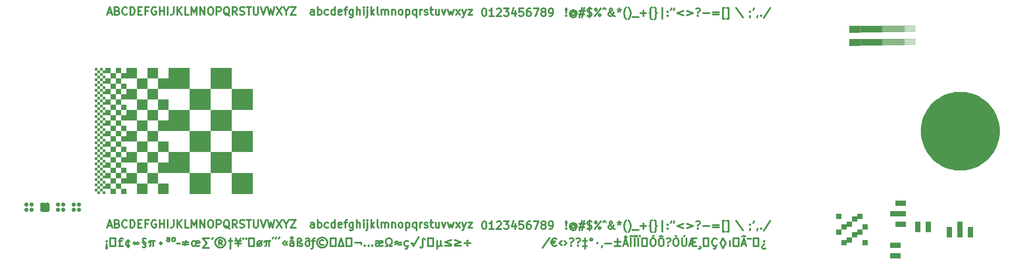
<source format=gbr>
%TF.GenerationSoftware,KiCad,Pcbnew,(5.1.9-0-10_14)*%
%TF.CreationDate,2024-01-14T18:13:30-08:00*%
%TF.ProjectId,Palette,50616c65-7474-4652-9e6b-696361645f70,rev?*%
%TF.SameCoordinates,Original*%
%TF.FileFunction,Copper,L1,Top*%
%TF.FilePolarity,Positive*%
%FSLAX46Y46*%
G04 Gerber Fmt 4.6, Leading zero omitted, Abs format (unit mm)*
G04 Created by KiCad (PCBNEW (5.1.9-0-10_14)) date 2024-01-14 18:13:30*
%MOMM*%
%LPD*%
G01*
G04 APERTURE LIST*
%TA.AperFunction,NonConductor*%
%ADD10C,0.300000*%
%TD*%
%TA.AperFunction,NonConductor*%
%ADD11C,0.100000*%
%TD*%
%TA.AperFunction,NonConductor*%
%ADD12C,0.010000*%
%TD*%
%TA.AperFunction,ViaPad*%
%ADD13C,0.800000*%
%TD*%
%TA.AperFunction,Conductor*%
%ADD14C,0.800000*%
%TD*%
%TA.AperFunction,NonConductor*%
%ADD15C,0.254000*%
%TD*%
G04 APERTURE END LIST*
D10*
X75364857Y-53844000D02*
X76079142Y-53844000D01*
X75222000Y-54272571D02*
X75722000Y-52772571D01*
X76222000Y-54272571D01*
X77222000Y-53486857D02*
X77436285Y-53558285D01*
X77507714Y-53629714D01*
X77579142Y-53772571D01*
X77579142Y-53986857D01*
X77507714Y-54129714D01*
X77436285Y-54201142D01*
X77293428Y-54272571D01*
X76722000Y-54272571D01*
X76722000Y-52772571D01*
X77222000Y-52772571D01*
X77364857Y-52844000D01*
X77436285Y-52915428D01*
X77507714Y-53058285D01*
X77507714Y-53201142D01*
X77436285Y-53344000D01*
X77364857Y-53415428D01*
X77222000Y-53486857D01*
X76722000Y-53486857D01*
X79079142Y-54129714D02*
X79007714Y-54201142D01*
X78793428Y-54272571D01*
X78650571Y-54272571D01*
X78436285Y-54201142D01*
X78293428Y-54058285D01*
X78222000Y-53915428D01*
X78150571Y-53629714D01*
X78150571Y-53415428D01*
X78222000Y-53129714D01*
X78293428Y-52986857D01*
X78436285Y-52844000D01*
X78650571Y-52772571D01*
X78793428Y-52772571D01*
X79007714Y-52844000D01*
X79079142Y-52915428D01*
X79722000Y-54272571D02*
X79722000Y-52772571D01*
X80079142Y-52772571D01*
X80293428Y-52844000D01*
X80436285Y-52986857D01*
X80507714Y-53129714D01*
X80579142Y-53415428D01*
X80579142Y-53629714D01*
X80507714Y-53915428D01*
X80436285Y-54058285D01*
X80293428Y-54201142D01*
X80079142Y-54272571D01*
X79722000Y-54272571D01*
X81222000Y-53486857D02*
X81722000Y-53486857D01*
X81936285Y-54272571D02*
X81222000Y-54272571D01*
X81222000Y-52772571D01*
X81936285Y-52772571D01*
X83079142Y-53486857D02*
X82579142Y-53486857D01*
X82579142Y-54272571D02*
X82579142Y-52772571D01*
X83293428Y-52772571D01*
X84650571Y-52844000D02*
X84507714Y-52772571D01*
X84293428Y-52772571D01*
X84079142Y-52844000D01*
X83936285Y-52986857D01*
X83864857Y-53129714D01*
X83793428Y-53415428D01*
X83793428Y-53629714D01*
X83864857Y-53915428D01*
X83936285Y-54058285D01*
X84079142Y-54201142D01*
X84293428Y-54272571D01*
X84436285Y-54272571D01*
X84650571Y-54201142D01*
X84722000Y-54129714D01*
X84722000Y-53629714D01*
X84436285Y-53629714D01*
X85364857Y-54272571D02*
X85364857Y-52772571D01*
X85364857Y-53486857D02*
X86222000Y-53486857D01*
X86222000Y-54272571D02*
X86222000Y-52772571D01*
X86936285Y-54272571D02*
X86936285Y-52772571D01*
X88079142Y-52772571D02*
X88079142Y-53844000D01*
X88007714Y-54058285D01*
X87864857Y-54201142D01*
X87650571Y-54272571D01*
X87507714Y-54272571D01*
X88793428Y-54272571D02*
X88793428Y-52772571D01*
X89650571Y-54272571D02*
X89007714Y-53415428D01*
X89650571Y-52772571D02*
X88793428Y-53629714D01*
X91007714Y-54272571D02*
X90293428Y-54272571D01*
X90293428Y-52772571D01*
X91507714Y-54272571D02*
X91507714Y-52772571D01*
X92007714Y-53844000D01*
X92507714Y-52772571D01*
X92507714Y-54272571D01*
X93222000Y-54272571D02*
X93222000Y-52772571D01*
X94079142Y-54272571D01*
X94079142Y-52772571D01*
X95079142Y-52772571D02*
X95364857Y-52772571D01*
X95507714Y-52844000D01*
X95650571Y-52986857D01*
X95722000Y-53272571D01*
X95722000Y-53772571D01*
X95650571Y-54058285D01*
X95507714Y-54201142D01*
X95364857Y-54272571D01*
X95079142Y-54272571D01*
X94936285Y-54201142D01*
X94793428Y-54058285D01*
X94722000Y-53772571D01*
X94722000Y-53272571D01*
X94793428Y-52986857D01*
X94936285Y-52844000D01*
X95079142Y-52772571D01*
X96364857Y-54272571D02*
X96364857Y-52772571D01*
X96936285Y-52772571D01*
X97079142Y-52844000D01*
X97150571Y-52915428D01*
X97222000Y-53058285D01*
X97222000Y-53272571D01*
X97150571Y-53415428D01*
X97079142Y-53486857D01*
X96936285Y-53558285D01*
X96364857Y-53558285D01*
X98864857Y-54415428D02*
X98722000Y-54344000D01*
X98579142Y-54201142D01*
X98364857Y-53986857D01*
X98222000Y-53915428D01*
X98079142Y-53915428D01*
X98150571Y-54272571D02*
X98007714Y-54201142D01*
X97864857Y-54058285D01*
X97793428Y-53772571D01*
X97793428Y-53272571D01*
X97864857Y-52986857D01*
X98007714Y-52844000D01*
X98150571Y-52772571D01*
X98436285Y-52772571D01*
X98579142Y-52844000D01*
X98722000Y-52986857D01*
X98793428Y-53272571D01*
X98793428Y-53772571D01*
X98722000Y-54058285D01*
X98579142Y-54201142D01*
X98436285Y-54272571D01*
X98150571Y-54272571D01*
X100293428Y-54272571D02*
X99793428Y-53558285D01*
X99436285Y-54272571D02*
X99436285Y-52772571D01*
X100007714Y-52772571D01*
X100150571Y-52844000D01*
X100222000Y-52915428D01*
X100293428Y-53058285D01*
X100293428Y-53272571D01*
X100222000Y-53415428D01*
X100150571Y-53486857D01*
X100007714Y-53558285D01*
X99436285Y-53558285D01*
X100864857Y-54201142D02*
X101079142Y-54272571D01*
X101436285Y-54272571D01*
X101579142Y-54201142D01*
X101650571Y-54129714D01*
X101722000Y-53986857D01*
X101722000Y-53844000D01*
X101650571Y-53701142D01*
X101579142Y-53629714D01*
X101436285Y-53558285D01*
X101150571Y-53486857D01*
X101007714Y-53415428D01*
X100936285Y-53344000D01*
X100864857Y-53201142D01*
X100864857Y-53058285D01*
X100936285Y-52915428D01*
X101007714Y-52844000D01*
X101150571Y-52772571D01*
X101507714Y-52772571D01*
X101722000Y-52844000D01*
X102150571Y-52772571D02*
X103007714Y-52772571D01*
X102579142Y-54272571D02*
X102579142Y-52772571D01*
X103507714Y-52772571D02*
X103507714Y-53986857D01*
X103579142Y-54129714D01*
X103650571Y-54201142D01*
X103793428Y-54272571D01*
X104079142Y-54272571D01*
X104222000Y-54201142D01*
X104293428Y-54129714D01*
X104364857Y-53986857D01*
X104364857Y-52772571D01*
X104864857Y-52772571D02*
X105364857Y-54272571D01*
X105864857Y-52772571D01*
X106222000Y-52772571D02*
X106579142Y-54272571D01*
X106864857Y-53201142D01*
X107150571Y-54272571D01*
X107507714Y-52772571D01*
X107936285Y-52772571D02*
X108936285Y-54272571D01*
X108936285Y-52772571D02*
X107936285Y-54272571D01*
X109793428Y-53558285D02*
X109793428Y-54272571D01*
X109293428Y-52772571D02*
X109793428Y-53558285D01*
X110293428Y-52772571D01*
X110650571Y-52772571D02*
X111650571Y-52772571D01*
X110650571Y-54272571D01*
X111650571Y-54272571D01*
X163816571Y-54383714D02*
X163888000Y-54455142D01*
X163816571Y-54526571D01*
X163745142Y-54455142D01*
X163816571Y-54383714D01*
X163816571Y-54526571D01*
X163816571Y-53955142D02*
X163745142Y-53098000D01*
X163816571Y-53026571D01*
X163888000Y-53098000D01*
X163816571Y-53955142D01*
X163816571Y-53026571D01*
X165459428Y-53812285D02*
X165388000Y-53740857D01*
X165245142Y-53669428D01*
X165102285Y-53669428D01*
X164959428Y-53740857D01*
X164888000Y-53812285D01*
X164816571Y-53955142D01*
X164816571Y-54098000D01*
X164888000Y-54240857D01*
X164959428Y-54312285D01*
X165102285Y-54383714D01*
X165245142Y-54383714D01*
X165388000Y-54312285D01*
X165459428Y-54240857D01*
X165459428Y-53669428D02*
X165459428Y-54240857D01*
X165530857Y-54312285D01*
X165602285Y-54312285D01*
X165745142Y-54240857D01*
X165816571Y-54098000D01*
X165816571Y-53740857D01*
X165673714Y-53526571D01*
X165459428Y-53383714D01*
X165173714Y-53312285D01*
X164888000Y-53383714D01*
X164673714Y-53526571D01*
X164530857Y-53740857D01*
X164459428Y-54026571D01*
X164530857Y-54312285D01*
X164673714Y-54526571D01*
X164888000Y-54669428D01*
X165173714Y-54740857D01*
X165459428Y-54669428D01*
X165673714Y-54526571D01*
X166388000Y-53526571D02*
X167459428Y-53526571D01*
X166816571Y-52883714D02*
X166388000Y-54812285D01*
X167316571Y-54169428D02*
X166245142Y-54169428D01*
X166888000Y-54812285D02*
X167316571Y-52883714D01*
X167888000Y-54455142D02*
X168102285Y-54526571D01*
X168459428Y-54526571D01*
X168602285Y-54455142D01*
X168673714Y-54383714D01*
X168745142Y-54240857D01*
X168745142Y-54098000D01*
X168673714Y-53955142D01*
X168602285Y-53883714D01*
X168459428Y-53812285D01*
X168173714Y-53740857D01*
X168030857Y-53669428D01*
X167959428Y-53598000D01*
X167888000Y-53455142D01*
X167888000Y-53312285D01*
X167959428Y-53169428D01*
X168030857Y-53098000D01*
X168173714Y-53026571D01*
X168530857Y-53026571D01*
X168745142Y-53098000D01*
X168316571Y-52812285D02*
X168316571Y-54740857D01*
X169316571Y-54526571D02*
X170459428Y-53026571D01*
X169530857Y-53026571D02*
X169673714Y-53098000D01*
X169745142Y-53240857D01*
X169673714Y-53383714D01*
X169530857Y-53455142D01*
X169388000Y-53383714D01*
X169316571Y-53240857D01*
X169388000Y-53098000D01*
X169530857Y-53026571D01*
X170388000Y-54455142D02*
X170459428Y-54312285D01*
X170388000Y-54169428D01*
X170245142Y-54098000D01*
X170102285Y-54169428D01*
X170030857Y-54312285D01*
X170102285Y-54455142D01*
X170245142Y-54526571D01*
X170388000Y-54455142D01*
X170888000Y-53169428D02*
X171173714Y-52955142D01*
X171459428Y-53169428D01*
X173173714Y-54526571D02*
X173102285Y-54526571D01*
X172959428Y-54455142D01*
X172745142Y-54240857D01*
X172388000Y-53812285D01*
X172245142Y-53598000D01*
X172173714Y-53383714D01*
X172173714Y-53240857D01*
X172245142Y-53098000D01*
X172388000Y-53026571D01*
X172459428Y-53026571D01*
X172602285Y-53098000D01*
X172673714Y-53240857D01*
X172673714Y-53312285D01*
X172602285Y-53455142D01*
X172530857Y-53526571D01*
X172102285Y-53812285D01*
X172030857Y-53883714D01*
X171959428Y-54026571D01*
X171959428Y-54240857D01*
X172030857Y-54383714D01*
X172102285Y-54455142D01*
X172245142Y-54526571D01*
X172459428Y-54526571D01*
X172602285Y-54455142D01*
X172673714Y-54383714D01*
X172888000Y-54098000D01*
X172959428Y-53883714D01*
X172959428Y-53740857D01*
X174030857Y-53026571D02*
X174030857Y-53383714D01*
X173673714Y-53240857D02*
X174030857Y-53383714D01*
X174388000Y-53240857D01*
X173816571Y-53669428D02*
X174030857Y-53383714D01*
X174245142Y-53669428D01*
X175388000Y-55098000D02*
X175316571Y-55026571D01*
X175173714Y-54812285D01*
X175102285Y-54669428D01*
X175030857Y-54455142D01*
X174959428Y-54098000D01*
X174959428Y-53812285D01*
X175030857Y-53455142D01*
X175102285Y-53240857D01*
X175173714Y-53098000D01*
X175316571Y-52883714D01*
X175388000Y-52812285D01*
X175816571Y-55098000D02*
X175888000Y-55026571D01*
X176030857Y-54812285D01*
X176102285Y-54669428D01*
X176173714Y-54455142D01*
X176245142Y-54098000D01*
X176245142Y-53812285D01*
X176173714Y-53455142D01*
X176102285Y-53240857D01*
X176030857Y-53098000D01*
X175888000Y-52883714D01*
X175816571Y-52812285D01*
X176602285Y-54669428D02*
X177745142Y-54669428D01*
X178102285Y-53955142D02*
X179245142Y-53955142D01*
X178673714Y-54526571D02*
X178673714Y-53383714D01*
X180388000Y-55098000D02*
X180316571Y-55098000D01*
X180173714Y-55026571D01*
X180102285Y-54883714D01*
X180102285Y-54169428D01*
X180030857Y-54026571D01*
X179888000Y-53955142D01*
X180030857Y-53883714D01*
X180102285Y-53740857D01*
X180102285Y-53026571D01*
X180173714Y-52883714D01*
X180316571Y-52812285D01*
X180388000Y-52812285D01*
X180816571Y-55098000D02*
X180888000Y-55098000D01*
X181030857Y-55026571D01*
X181102285Y-54883714D01*
X181102285Y-54169428D01*
X181173714Y-54026571D01*
X181316571Y-53955142D01*
X181173714Y-53883714D01*
X181102285Y-53740857D01*
X181102285Y-53026571D01*
X181030857Y-52883714D01*
X180888000Y-52812285D01*
X180816571Y-52812285D01*
X182316571Y-55026571D02*
X182316571Y-52883714D01*
X183388000Y-54383714D02*
X183459428Y-54455142D01*
X183388000Y-54526571D01*
X183316571Y-54455142D01*
X183388000Y-54383714D01*
X183388000Y-54526571D01*
X183388000Y-53598000D02*
X183459428Y-53669428D01*
X183388000Y-53740857D01*
X183316571Y-53669428D01*
X183388000Y-53598000D01*
X183388000Y-53740857D01*
X184102285Y-53026571D02*
X184102285Y-53098000D01*
X184030857Y-53240857D01*
X183959428Y-53312285D01*
X184673714Y-53026571D02*
X184673714Y-53098000D01*
X184602285Y-53240857D01*
X184530857Y-53312285D01*
X186388000Y-53526571D02*
X185245142Y-53955142D01*
X186388000Y-54383714D01*
X187102285Y-53526571D02*
X188245142Y-53955142D01*
X187102285Y-54383714D01*
X189173714Y-54383714D02*
X189245142Y-54455142D01*
X189173714Y-54526571D01*
X189102285Y-54455142D01*
X189173714Y-54383714D01*
X189173714Y-54526571D01*
X188888000Y-53098000D02*
X189030857Y-53026571D01*
X189388000Y-53026571D01*
X189530857Y-53098000D01*
X189602285Y-53240857D01*
X189602285Y-53383714D01*
X189530857Y-53526571D01*
X189459428Y-53598000D01*
X189316571Y-53669428D01*
X189245142Y-53740857D01*
X189173714Y-53883714D01*
X189173714Y-53955142D01*
X190245142Y-53955142D02*
X191388000Y-53955142D01*
X192102285Y-53740857D02*
X193245142Y-53740857D01*
X193245142Y-54169428D02*
X192102285Y-54169428D01*
X194388000Y-55026571D02*
X194030857Y-55026571D01*
X194030857Y-52883714D01*
X194388000Y-52883714D01*
X194816571Y-55026571D02*
X195173714Y-55026571D01*
X195173714Y-52883714D01*
X194816571Y-52883714D01*
X196602285Y-52883714D02*
X197888000Y-54812285D01*
X199316571Y-54455142D02*
X199316571Y-54526571D01*
X199245142Y-54669428D01*
X199173714Y-54740857D01*
X199245142Y-53598000D02*
X199316571Y-53669428D01*
X199245142Y-53740857D01*
X199173714Y-53669428D01*
X199245142Y-53598000D01*
X199245142Y-53740857D01*
X200030857Y-53026571D02*
X200030857Y-53098000D01*
X199959428Y-53240857D01*
X199888000Y-53312285D01*
X200745142Y-54455142D02*
X200745142Y-54526571D01*
X200673714Y-54669428D01*
X200602285Y-54740857D01*
X201388000Y-54383714D02*
X201459428Y-54455142D01*
X201388000Y-54526571D01*
X201316571Y-54455142D01*
X201388000Y-54383714D01*
X201388000Y-54526571D01*
X203173714Y-52955142D02*
X201888000Y-54883714D01*
X115190857Y-54272571D02*
X115190857Y-53486857D01*
X115119428Y-53344000D01*
X114976571Y-53272571D01*
X114690857Y-53272571D01*
X114547999Y-53344000D01*
X115190857Y-54201142D02*
X115047999Y-54272571D01*
X114690857Y-54272571D01*
X114547999Y-54201142D01*
X114476571Y-54058285D01*
X114476571Y-53915428D01*
X114547999Y-53772571D01*
X114690857Y-53701142D01*
X115047999Y-53701142D01*
X115190857Y-53629714D01*
X115905142Y-54272571D02*
X115905142Y-52772571D01*
X115905142Y-53344000D02*
X116047999Y-53272571D01*
X116333714Y-53272571D01*
X116476571Y-53344000D01*
X116547999Y-53415428D01*
X116619428Y-53558285D01*
X116619428Y-53986857D01*
X116547999Y-54129714D01*
X116476571Y-54201142D01*
X116333714Y-54272571D01*
X116047999Y-54272571D01*
X115905142Y-54201142D01*
X117905142Y-54201142D02*
X117762285Y-54272571D01*
X117476571Y-54272571D01*
X117333714Y-54201142D01*
X117262285Y-54129714D01*
X117190857Y-53986857D01*
X117190857Y-53558285D01*
X117262285Y-53415428D01*
X117333714Y-53344000D01*
X117476571Y-53272571D01*
X117762285Y-53272571D01*
X117905142Y-53344000D01*
X119190857Y-54272571D02*
X119190857Y-52772571D01*
X119190857Y-54201142D02*
X119047999Y-54272571D01*
X118762285Y-54272571D01*
X118619428Y-54201142D01*
X118547999Y-54129714D01*
X118476571Y-53986857D01*
X118476571Y-53558285D01*
X118547999Y-53415428D01*
X118619428Y-53344000D01*
X118762285Y-53272571D01*
X119047999Y-53272571D01*
X119190857Y-53344000D01*
X120476571Y-54201142D02*
X120333714Y-54272571D01*
X120047999Y-54272571D01*
X119905142Y-54201142D01*
X119833714Y-54058285D01*
X119833714Y-53486857D01*
X119905142Y-53344000D01*
X120047999Y-53272571D01*
X120333714Y-53272571D01*
X120476571Y-53344000D01*
X120547999Y-53486857D01*
X120547999Y-53629714D01*
X119833714Y-53772571D01*
X120976571Y-53272571D02*
X121547999Y-53272571D01*
X121190857Y-54272571D02*
X121190857Y-52986857D01*
X121262285Y-52844000D01*
X121405142Y-52772571D01*
X121547999Y-52772571D01*
X122690857Y-53272571D02*
X122690857Y-54486857D01*
X122619428Y-54629714D01*
X122547999Y-54701142D01*
X122405142Y-54772571D01*
X122190857Y-54772571D01*
X122047999Y-54701142D01*
X122690857Y-54201142D02*
X122547999Y-54272571D01*
X122262285Y-54272571D01*
X122119428Y-54201142D01*
X122047999Y-54129714D01*
X121976571Y-53986857D01*
X121976571Y-53558285D01*
X122047999Y-53415428D01*
X122119428Y-53344000D01*
X122262285Y-53272571D01*
X122547999Y-53272571D01*
X122690857Y-53344000D01*
X123405142Y-54272571D02*
X123405142Y-52772571D01*
X124047999Y-54272571D02*
X124047999Y-53486857D01*
X123976571Y-53344000D01*
X123833714Y-53272571D01*
X123619428Y-53272571D01*
X123476571Y-53344000D01*
X123405142Y-53415428D01*
X124762285Y-54272571D02*
X124762285Y-53272571D01*
X124762285Y-52772571D02*
X124690857Y-52844000D01*
X124762285Y-52915428D01*
X124833714Y-52844000D01*
X124762285Y-52772571D01*
X124762285Y-52915428D01*
X125476571Y-53272571D02*
X125476571Y-54558285D01*
X125405142Y-54701142D01*
X125262285Y-54772571D01*
X125190857Y-54772571D01*
X125476571Y-52772571D02*
X125405142Y-52844000D01*
X125476571Y-52915428D01*
X125547999Y-52844000D01*
X125476571Y-52772571D01*
X125476571Y-52915428D01*
X126190857Y-54272571D02*
X126190857Y-52772571D01*
X126333714Y-53701142D02*
X126762285Y-54272571D01*
X126762285Y-53272571D02*
X126190857Y-53844000D01*
X127619428Y-54272571D02*
X127476571Y-54201142D01*
X127405142Y-54058285D01*
X127405142Y-52772571D01*
X128190857Y-54272571D02*
X128190857Y-53272571D01*
X128190857Y-53415428D02*
X128262285Y-53344000D01*
X128405142Y-53272571D01*
X128619428Y-53272571D01*
X128762285Y-53344000D01*
X128833714Y-53486857D01*
X128833714Y-54272571D01*
X128833714Y-53486857D02*
X128905142Y-53344000D01*
X129047999Y-53272571D01*
X129262285Y-53272571D01*
X129405142Y-53344000D01*
X129476571Y-53486857D01*
X129476571Y-54272571D01*
X130190857Y-53272571D02*
X130190857Y-54272571D01*
X130190857Y-53415428D02*
X130262285Y-53344000D01*
X130405142Y-53272571D01*
X130619428Y-53272571D01*
X130762285Y-53344000D01*
X130833714Y-53486857D01*
X130833714Y-54272571D01*
X131762285Y-54272571D02*
X131619428Y-54201142D01*
X131548000Y-54129714D01*
X131476571Y-53986857D01*
X131476571Y-53558285D01*
X131548000Y-53415428D01*
X131619428Y-53344000D01*
X131762285Y-53272571D01*
X131976571Y-53272571D01*
X132119428Y-53344000D01*
X132190857Y-53415428D01*
X132262285Y-53558285D01*
X132262285Y-53986857D01*
X132190857Y-54129714D01*
X132119428Y-54201142D01*
X131976571Y-54272571D01*
X131762285Y-54272571D01*
X132905142Y-53272571D02*
X132905142Y-54772571D01*
X132905142Y-53344000D02*
X133048000Y-53272571D01*
X133333714Y-53272571D01*
X133476571Y-53344000D01*
X133548000Y-53415428D01*
X133619428Y-53558285D01*
X133619428Y-53986857D01*
X133548000Y-54129714D01*
X133476571Y-54201142D01*
X133333714Y-54272571D01*
X133048000Y-54272571D01*
X132905142Y-54201142D01*
X134905142Y-53272571D02*
X134905142Y-54772571D01*
X134905142Y-54201142D02*
X134762285Y-54272571D01*
X134476571Y-54272571D01*
X134333714Y-54201142D01*
X134262285Y-54129714D01*
X134190857Y-53986857D01*
X134190857Y-53558285D01*
X134262285Y-53415428D01*
X134333714Y-53344000D01*
X134476571Y-53272571D01*
X134762285Y-53272571D01*
X134905142Y-53344000D01*
X135619428Y-54272571D02*
X135619428Y-53272571D01*
X135619428Y-53558285D02*
X135690857Y-53415428D01*
X135762285Y-53344000D01*
X135905142Y-53272571D01*
X136048000Y-53272571D01*
X136476571Y-54201142D02*
X136619428Y-54272571D01*
X136905142Y-54272571D01*
X137048000Y-54201142D01*
X137119428Y-54058285D01*
X137119428Y-53986857D01*
X137048000Y-53844000D01*
X136905142Y-53772571D01*
X136690857Y-53772571D01*
X136548000Y-53701142D01*
X136476571Y-53558285D01*
X136476571Y-53486857D01*
X136548000Y-53344000D01*
X136690857Y-53272571D01*
X136905142Y-53272571D01*
X137048000Y-53344000D01*
X137548000Y-53272571D02*
X138119428Y-53272571D01*
X137762285Y-52772571D02*
X137762285Y-54058285D01*
X137833714Y-54201142D01*
X137976571Y-54272571D01*
X138119428Y-54272571D01*
X139262285Y-53272571D02*
X139262285Y-54272571D01*
X138619428Y-53272571D02*
X138619428Y-54058285D01*
X138690857Y-54201142D01*
X138833714Y-54272571D01*
X139048000Y-54272571D01*
X139190857Y-54201142D01*
X139262285Y-54129714D01*
X139833714Y-53272571D02*
X140190857Y-54272571D01*
X140548000Y-53272571D01*
X140976571Y-53272571D02*
X141262285Y-54272571D01*
X141548000Y-53558285D01*
X141833714Y-54272571D01*
X142119428Y-53272571D01*
X142548000Y-54272571D02*
X143333714Y-53272571D01*
X142548000Y-53272571D02*
X143333714Y-54272571D01*
X143762285Y-53272571D02*
X144119428Y-54272571D01*
X144476571Y-53272571D02*
X144119428Y-54272571D01*
X143976571Y-54629714D01*
X143905142Y-54701142D01*
X143762285Y-54772571D01*
X144905142Y-53272571D02*
X145690857Y-53272571D01*
X144905142Y-54272571D01*
X145690857Y-54272571D01*
X147932000Y-53026571D02*
X148074857Y-53026571D01*
X148217714Y-53098000D01*
X148289142Y-53169428D01*
X148360571Y-53312285D01*
X148432000Y-53598000D01*
X148432000Y-53955142D01*
X148360571Y-54240857D01*
X148289142Y-54383714D01*
X148217714Y-54455142D01*
X148074857Y-54526571D01*
X147932000Y-54526571D01*
X147789142Y-54455142D01*
X147717714Y-54383714D01*
X147646285Y-54240857D01*
X147574857Y-53955142D01*
X147574857Y-53598000D01*
X147646285Y-53312285D01*
X147717714Y-53169428D01*
X147789142Y-53098000D01*
X147932000Y-53026571D01*
X149860571Y-54526571D02*
X149003428Y-54526571D01*
X149432000Y-54526571D02*
X149432000Y-53026571D01*
X149289142Y-53240857D01*
X149146285Y-53383714D01*
X149003428Y-53455142D01*
X150432000Y-53169428D02*
X150503428Y-53098000D01*
X150646285Y-53026571D01*
X151003428Y-53026571D01*
X151146285Y-53098000D01*
X151217714Y-53169428D01*
X151289142Y-53312285D01*
X151289142Y-53455142D01*
X151217714Y-53669428D01*
X150360571Y-54526571D01*
X151289142Y-54526571D01*
X151789142Y-53026571D02*
X152717714Y-53026571D01*
X152217714Y-53598000D01*
X152432000Y-53598000D01*
X152574857Y-53669428D01*
X152646285Y-53740857D01*
X152717714Y-53883714D01*
X152717714Y-54240857D01*
X152646285Y-54383714D01*
X152574857Y-54455142D01*
X152432000Y-54526571D01*
X152003428Y-54526571D01*
X151860571Y-54455142D01*
X151789142Y-54383714D01*
X154003428Y-53526571D02*
X154003428Y-54526571D01*
X153646285Y-52955142D02*
X153289142Y-54026571D01*
X154217714Y-54026571D01*
X155503428Y-53026571D02*
X154789142Y-53026571D01*
X154717714Y-53740857D01*
X154789142Y-53669428D01*
X154932000Y-53598000D01*
X155289142Y-53598000D01*
X155432000Y-53669428D01*
X155503428Y-53740857D01*
X155574857Y-53883714D01*
X155574857Y-54240857D01*
X155503428Y-54383714D01*
X155432000Y-54455142D01*
X155289142Y-54526571D01*
X154932000Y-54526571D01*
X154789142Y-54455142D01*
X154717714Y-54383714D01*
X156860571Y-53026571D02*
X156574857Y-53026571D01*
X156432000Y-53098000D01*
X156360571Y-53169428D01*
X156217714Y-53383714D01*
X156146285Y-53669428D01*
X156146285Y-54240857D01*
X156217714Y-54383714D01*
X156289142Y-54455142D01*
X156432000Y-54526571D01*
X156717714Y-54526571D01*
X156860571Y-54455142D01*
X156932000Y-54383714D01*
X157003428Y-54240857D01*
X157003428Y-53883714D01*
X156932000Y-53740857D01*
X156860571Y-53669428D01*
X156717714Y-53598000D01*
X156432000Y-53598000D01*
X156289142Y-53669428D01*
X156217714Y-53740857D01*
X156146285Y-53883714D01*
X157503428Y-53026571D02*
X158503428Y-53026571D01*
X157860571Y-54526571D01*
X159289142Y-53669428D02*
X159146285Y-53598000D01*
X159074857Y-53526571D01*
X159003428Y-53383714D01*
X159003428Y-53312285D01*
X159074857Y-53169428D01*
X159146285Y-53098000D01*
X159289142Y-53026571D01*
X159574857Y-53026571D01*
X159717714Y-53098000D01*
X159789142Y-53169428D01*
X159860571Y-53312285D01*
X159860571Y-53383714D01*
X159789142Y-53526571D01*
X159717714Y-53598000D01*
X159574857Y-53669428D01*
X159289142Y-53669428D01*
X159146285Y-53740857D01*
X159074857Y-53812285D01*
X159003428Y-53955142D01*
X159003428Y-54240857D01*
X159074857Y-54383714D01*
X159146285Y-54455142D01*
X159289142Y-54526571D01*
X159574857Y-54526571D01*
X159717714Y-54455142D01*
X159789142Y-54383714D01*
X159860571Y-54240857D01*
X159860571Y-53955142D01*
X159789142Y-53812285D01*
X159717714Y-53740857D01*
X159574857Y-53669428D01*
X160574857Y-54526571D02*
X160860571Y-54526571D01*
X161003428Y-54455142D01*
X161074857Y-54383714D01*
X161217714Y-54169428D01*
X161289142Y-53883714D01*
X161289142Y-53312285D01*
X161217714Y-53169428D01*
X161146285Y-53098000D01*
X161003428Y-53026571D01*
X160717714Y-53026571D01*
X160574857Y-53098000D01*
X160503428Y-53169428D01*
X160432000Y-53312285D01*
X160432000Y-53669428D01*
X160503428Y-53812285D01*
X160574857Y-53883714D01*
X160717714Y-53955142D01*
X161003428Y-53955142D01*
X161146285Y-53883714D01*
X161217714Y-53812285D01*
X161289142Y-53669428D01*
X160562285Y-97405142D02*
X159276571Y-99333714D01*
X160848000Y-98405142D02*
X161490857Y-98405142D01*
X160848000Y-98048000D02*
X161705142Y-98048000D01*
X161919428Y-98833714D02*
X161848000Y-98905142D01*
X161633714Y-98976571D01*
X161490857Y-98976571D01*
X161276571Y-98905142D01*
X161133714Y-98762285D01*
X161062285Y-98619428D01*
X160990857Y-98333714D01*
X160990857Y-98119428D01*
X161062285Y-97833714D01*
X161133714Y-97690857D01*
X161276571Y-97548000D01*
X161490857Y-97476571D01*
X161633714Y-97476571D01*
X161848000Y-97548000D01*
X161919428Y-97619428D01*
X162919428Y-97976571D02*
X162490857Y-98405142D01*
X162919428Y-98833714D01*
X163490857Y-97976571D02*
X163919428Y-98405142D01*
X163490857Y-98833714D01*
X164776571Y-98833714D02*
X164848000Y-98905142D01*
X164776571Y-98976571D01*
X164705142Y-98905142D01*
X164776571Y-98833714D01*
X164776571Y-98976571D01*
X164490857Y-97548000D02*
X164633714Y-97476571D01*
X164990857Y-97476571D01*
X165133714Y-97548000D01*
X165205142Y-97690857D01*
X165205142Y-97833714D01*
X165133714Y-97976571D01*
X165062285Y-98048000D01*
X164919428Y-98119428D01*
X164848000Y-98190857D01*
X164776571Y-98333714D01*
X164776571Y-98405142D01*
X166062285Y-98833714D02*
X166133714Y-98905142D01*
X166062285Y-98976571D01*
X165990857Y-98905142D01*
X166062285Y-98833714D01*
X166062285Y-98976571D01*
X165776571Y-97548000D02*
X165919428Y-97476571D01*
X166276571Y-97476571D01*
X166419428Y-97548000D01*
X166490857Y-97690857D01*
X166490857Y-97833714D01*
X166419428Y-97976571D01*
X166348000Y-98048000D01*
X166205142Y-98119428D01*
X166133714Y-98190857D01*
X166062285Y-98333714D01*
X166062285Y-98405142D01*
X167062285Y-98976571D02*
X167776571Y-98976571D01*
X167062285Y-97976571D02*
X167776571Y-97976571D01*
X167419428Y-97476571D02*
X167419428Y-99476571D01*
X168633714Y-97476571D02*
X168490857Y-97548000D01*
X168419428Y-97690857D01*
X168490857Y-97833714D01*
X168633714Y-97905142D01*
X168776571Y-97833714D01*
X168848000Y-97690857D01*
X168776571Y-97548000D01*
X168633714Y-97476571D01*
X169776571Y-98333714D02*
X169705142Y-98405142D01*
X169776571Y-98476571D01*
X169848000Y-98405142D01*
X169776571Y-98333714D01*
X169776571Y-98476571D01*
X170776571Y-98905142D02*
X170776571Y-98976571D01*
X170705142Y-99119428D01*
X170633714Y-99190857D01*
X171276571Y-98476571D02*
X172562285Y-98476571D01*
X173133714Y-98119428D02*
X174276571Y-98119428D01*
X173705142Y-98690857D02*
X173705142Y-97548000D01*
X174276571Y-98976571D02*
X173133714Y-98976571D01*
X174919428Y-98548000D02*
X175633714Y-98548000D01*
X174776571Y-98976571D02*
X175276571Y-97476571D01*
X175776571Y-98976571D01*
X175276571Y-97476571D02*
X175133714Y-97405142D01*
X175062285Y-97262285D01*
X175133714Y-97119428D01*
X175276571Y-97048000D01*
X175419428Y-97119428D01*
X175490857Y-97262285D01*
X175419428Y-97405142D01*
X175276571Y-97476571D01*
X176276571Y-98976571D02*
X176276571Y-97476571D01*
X176419428Y-96905142D02*
X176205142Y-97119428D01*
X176990857Y-98976571D02*
X176990857Y-97476571D01*
X176705142Y-97119428D02*
X176990857Y-96905142D01*
X177276571Y-97119428D01*
X177705142Y-98976571D02*
X177705142Y-97476571D01*
X177419428Y-96976571D02*
X177490857Y-97048000D01*
X177419428Y-97119428D01*
X177348000Y-97048000D01*
X177419428Y-96976571D01*
X177419428Y-97119428D01*
X177990857Y-96976571D02*
X178062285Y-97048000D01*
X177990857Y-97119428D01*
X177919428Y-97048000D01*
X177990857Y-96976571D01*
X177990857Y-97119428D01*
X178419428Y-98976571D02*
X178419428Y-97476571D01*
X179419428Y-97476571D01*
X179419428Y-98976571D01*
X178419428Y-98976571D01*
X180419428Y-97476571D02*
X180705142Y-97476571D01*
X180848000Y-97548000D01*
X180990857Y-97690857D01*
X181062285Y-97976571D01*
X181062285Y-98476571D01*
X180990857Y-98762285D01*
X180848000Y-98905142D01*
X180705142Y-98976571D01*
X180419428Y-98976571D01*
X180276571Y-98905142D01*
X180133714Y-98762285D01*
X180062285Y-98476571D01*
X180062285Y-97976571D01*
X180133714Y-97690857D01*
X180276571Y-97548000D01*
X180419428Y-97476571D01*
X180705142Y-96905142D02*
X180490857Y-97119428D01*
X181990857Y-97476571D02*
X182276571Y-97476571D01*
X182419428Y-97548000D01*
X182562285Y-97690857D01*
X182633714Y-97976571D01*
X182633714Y-98476571D01*
X182562285Y-98762285D01*
X182419428Y-98905142D01*
X182276571Y-98976571D01*
X181990857Y-98976571D01*
X181848000Y-98905142D01*
X181705142Y-98762285D01*
X181633714Y-98476571D01*
X181633714Y-97976571D01*
X181705142Y-97690857D01*
X181848000Y-97548000D01*
X181990857Y-97476571D01*
X181848000Y-97119428D02*
X182133714Y-96905142D01*
X182419428Y-97119428D01*
X183490857Y-98833714D02*
X183562285Y-98905142D01*
X183490857Y-98976571D01*
X183419428Y-98905142D01*
X183490857Y-98833714D01*
X183490857Y-98976571D01*
X183205142Y-97548000D02*
X183348000Y-97476571D01*
X183705142Y-97476571D01*
X183848000Y-97548000D01*
X183919428Y-97690857D01*
X183919428Y-97833714D01*
X183848000Y-97976571D01*
X183776571Y-98048000D01*
X183633714Y-98119428D01*
X183562285Y-98190857D01*
X183490857Y-98333714D01*
X183490857Y-98405142D01*
X184848000Y-97476571D02*
X185133714Y-97476571D01*
X185276571Y-97548000D01*
X185419428Y-97690857D01*
X185490857Y-97976571D01*
X185490857Y-98476571D01*
X185419428Y-98762285D01*
X185276571Y-98905142D01*
X185133714Y-98976571D01*
X184848000Y-98976571D01*
X184705142Y-98905142D01*
X184562285Y-98762285D01*
X184490857Y-98476571D01*
X184490857Y-97976571D01*
X184562285Y-97690857D01*
X184705142Y-97548000D01*
X184848000Y-97476571D01*
X184848000Y-96905142D02*
X185062285Y-97119428D01*
X186133714Y-97476571D02*
X186133714Y-98690857D01*
X186205142Y-98833714D01*
X186276571Y-98905142D01*
X186419428Y-98976571D01*
X186705142Y-98976571D01*
X186848000Y-98905142D01*
X186919428Y-98833714D01*
X186990857Y-98690857D01*
X186990857Y-97476571D01*
X186705142Y-96905142D02*
X186490857Y-97119428D01*
X187633714Y-98548000D02*
X188205142Y-98548000D01*
X188205142Y-98190857D02*
X188705142Y-98190857D01*
X187490857Y-98976571D02*
X187990857Y-97476571D01*
X188919428Y-97476571D01*
X188205142Y-97476571D02*
X188205142Y-98976571D01*
X188919428Y-98976571D01*
X189562285Y-99048000D02*
X189705142Y-99119428D01*
X189776571Y-99262285D01*
X189705142Y-99405142D01*
X189562285Y-99476571D01*
X189348000Y-99476571D01*
X190276571Y-98976571D02*
X190276571Y-97476571D01*
X191276571Y-97476571D01*
X191276571Y-98976571D01*
X190276571Y-98976571D01*
X192848000Y-98833714D02*
X192776571Y-98905142D01*
X192562285Y-98976571D01*
X192419428Y-98976571D01*
X192205142Y-98905142D01*
X192062285Y-98762285D01*
X191990857Y-98619428D01*
X191919428Y-98333714D01*
X191919428Y-98119428D01*
X191990857Y-97833714D01*
X192062285Y-97690857D01*
X192205142Y-97548000D01*
X192419428Y-97476571D01*
X192562285Y-97476571D01*
X192776571Y-97548000D01*
X192848000Y-97619428D01*
X192490857Y-99048000D02*
X192633714Y-99119428D01*
X192705142Y-99262285D01*
X192633714Y-99405142D01*
X192490857Y-99476571D01*
X192276571Y-99476571D01*
X194062285Y-99405142D02*
X193490857Y-98405142D01*
X194062285Y-97476571D01*
X194633714Y-98405142D01*
X194062285Y-99405142D01*
X195348000Y-98976571D02*
X195348000Y-97976571D01*
X196062285Y-98976571D02*
X196062285Y-97476571D01*
X197062285Y-97476571D01*
X197062285Y-98976571D01*
X196062285Y-98976571D01*
X197705142Y-98548000D02*
X198419428Y-98548000D01*
X197562285Y-98976571D02*
X198062285Y-97476571D01*
X198562285Y-98976571D01*
X197776571Y-97119428D02*
X198062285Y-96905142D01*
X198348000Y-97119428D01*
X198776571Y-97548000D02*
X199490857Y-97548000D01*
X199919428Y-98976571D02*
X199919428Y-97476571D01*
X200919428Y-97476571D01*
X200919428Y-98976571D01*
X199919428Y-98976571D01*
X201990857Y-98119428D02*
X201919428Y-98048000D01*
X201990857Y-97976571D01*
X202062285Y-98048000D01*
X201990857Y-98119428D01*
X201990857Y-97976571D01*
X202276571Y-99405142D02*
X202133714Y-99476571D01*
X201776571Y-99476571D01*
X201633714Y-99405142D01*
X201562285Y-99262285D01*
X201562285Y-99119428D01*
X201633714Y-98976571D01*
X201705142Y-98905142D01*
X201848000Y-98833714D01*
X201919428Y-98762285D01*
X201990857Y-98619428D01*
X201990857Y-98548000D01*
X75364857Y-94992000D02*
X76079142Y-94992000D01*
X75222000Y-95420571D02*
X75722000Y-93920571D01*
X76222000Y-95420571D01*
X77222000Y-94634857D02*
X77436285Y-94706285D01*
X77507714Y-94777714D01*
X77579142Y-94920571D01*
X77579142Y-95134857D01*
X77507714Y-95277714D01*
X77436285Y-95349142D01*
X77293428Y-95420571D01*
X76722000Y-95420571D01*
X76722000Y-93920571D01*
X77222000Y-93920571D01*
X77364857Y-93992000D01*
X77436285Y-94063428D01*
X77507714Y-94206285D01*
X77507714Y-94349142D01*
X77436285Y-94492000D01*
X77364857Y-94563428D01*
X77222000Y-94634857D01*
X76722000Y-94634857D01*
X79079142Y-95277714D02*
X79007714Y-95349142D01*
X78793428Y-95420571D01*
X78650571Y-95420571D01*
X78436285Y-95349142D01*
X78293428Y-95206285D01*
X78222000Y-95063428D01*
X78150571Y-94777714D01*
X78150571Y-94563428D01*
X78222000Y-94277714D01*
X78293428Y-94134857D01*
X78436285Y-93992000D01*
X78650571Y-93920571D01*
X78793428Y-93920571D01*
X79007714Y-93992000D01*
X79079142Y-94063428D01*
X79722000Y-95420571D02*
X79722000Y-93920571D01*
X80079142Y-93920571D01*
X80293428Y-93992000D01*
X80436285Y-94134857D01*
X80507714Y-94277714D01*
X80579142Y-94563428D01*
X80579142Y-94777714D01*
X80507714Y-95063428D01*
X80436285Y-95206285D01*
X80293428Y-95349142D01*
X80079142Y-95420571D01*
X79722000Y-95420571D01*
X81222000Y-94634857D02*
X81722000Y-94634857D01*
X81936285Y-95420571D02*
X81222000Y-95420571D01*
X81222000Y-93920571D01*
X81936285Y-93920571D01*
X83079142Y-94634857D02*
X82579142Y-94634857D01*
X82579142Y-95420571D02*
X82579142Y-93920571D01*
X83293428Y-93920571D01*
X84650571Y-93992000D02*
X84507714Y-93920571D01*
X84293428Y-93920571D01*
X84079142Y-93992000D01*
X83936285Y-94134857D01*
X83864857Y-94277714D01*
X83793428Y-94563428D01*
X83793428Y-94777714D01*
X83864857Y-95063428D01*
X83936285Y-95206285D01*
X84079142Y-95349142D01*
X84293428Y-95420571D01*
X84436285Y-95420571D01*
X84650571Y-95349142D01*
X84722000Y-95277714D01*
X84722000Y-94777714D01*
X84436285Y-94777714D01*
X85364857Y-95420571D02*
X85364857Y-93920571D01*
X85364857Y-94634857D02*
X86222000Y-94634857D01*
X86222000Y-95420571D02*
X86222000Y-93920571D01*
X86936285Y-95420571D02*
X86936285Y-93920571D01*
X88079142Y-93920571D02*
X88079142Y-94992000D01*
X88007714Y-95206285D01*
X87864857Y-95349142D01*
X87650571Y-95420571D01*
X87507714Y-95420571D01*
X88793428Y-95420571D02*
X88793428Y-93920571D01*
X89650571Y-95420571D02*
X89007714Y-94563428D01*
X89650571Y-93920571D02*
X88793428Y-94777714D01*
X91007714Y-95420571D02*
X90293428Y-95420571D01*
X90293428Y-93920571D01*
X91507714Y-95420571D02*
X91507714Y-93920571D01*
X92007714Y-94992000D01*
X92507714Y-93920571D01*
X92507714Y-95420571D01*
X93222000Y-95420571D02*
X93222000Y-93920571D01*
X94079142Y-95420571D01*
X94079142Y-93920571D01*
X95079142Y-93920571D02*
X95364857Y-93920571D01*
X95507714Y-93992000D01*
X95650571Y-94134857D01*
X95722000Y-94420571D01*
X95722000Y-94920571D01*
X95650571Y-95206285D01*
X95507714Y-95349142D01*
X95364857Y-95420571D01*
X95079142Y-95420571D01*
X94936285Y-95349142D01*
X94793428Y-95206285D01*
X94722000Y-94920571D01*
X94722000Y-94420571D01*
X94793428Y-94134857D01*
X94936285Y-93992000D01*
X95079142Y-93920571D01*
X96364857Y-95420571D02*
X96364857Y-93920571D01*
X96936285Y-93920571D01*
X97079142Y-93992000D01*
X97150571Y-94063428D01*
X97222000Y-94206285D01*
X97222000Y-94420571D01*
X97150571Y-94563428D01*
X97079142Y-94634857D01*
X96936285Y-94706285D01*
X96364857Y-94706285D01*
X98864857Y-95563428D02*
X98722000Y-95492000D01*
X98579142Y-95349142D01*
X98364857Y-95134857D01*
X98222000Y-95063428D01*
X98079142Y-95063428D01*
X98150571Y-95420571D02*
X98007714Y-95349142D01*
X97864857Y-95206285D01*
X97793428Y-94920571D01*
X97793428Y-94420571D01*
X97864857Y-94134857D01*
X98007714Y-93992000D01*
X98150571Y-93920571D01*
X98436285Y-93920571D01*
X98579142Y-93992000D01*
X98722000Y-94134857D01*
X98793428Y-94420571D01*
X98793428Y-94920571D01*
X98722000Y-95206285D01*
X98579142Y-95349142D01*
X98436285Y-95420571D01*
X98150571Y-95420571D01*
X100293428Y-95420571D02*
X99793428Y-94706285D01*
X99436285Y-95420571D02*
X99436285Y-93920571D01*
X100007714Y-93920571D01*
X100150571Y-93992000D01*
X100222000Y-94063428D01*
X100293428Y-94206285D01*
X100293428Y-94420571D01*
X100222000Y-94563428D01*
X100150571Y-94634857D01*
X100007714Y-94706285D01*
X99436285Y-94706285D01*
X100864857Y-95349142D02*
X101079142Y-95420571D01*
X101436285Y-95420571D01*
X101579142Y-95349142D01*
X101650571Y-95277714D01*
X101722000Y-95134857D01*
X101722000Y-94992000D01*
X101650571Y-94849142D01*
X101579142Y-94777714D01*
X101436285Y-94706285D01*
X101150571Y-94634857D01*
X101007714Y-94563428D01*
X100936285Y-94492000D01*
X100864857Y-94349142D01*
X100864857Y-94206285D01*
X100936285Y-94063428D01*
X101007714Y-93992000D01*
X101150571Y-93920571D01*
X101507714Y-93920571D01*
X101722000Y-93992000D01*
X102150571Y-93920571D02*
X103007714Y-93920571D01*
X102579142Y-95420571D02*
X102579142Y-93920571D01*
X103507714Y-93920571D02*
X103507714Y-95134857D01*
X103579142Y-95277714D01*
X103650571Y-95349142D01*
X103793428Y-95420571D01*
X104079142Y-95420571D01*
X104222000Y-95349142D01*
X104293428Y-95277714D01*
X104364857Y-95134857D01*
X104364857Y-93920571D01*
X104864857Y-93920571D02*
X105364857Y-95420571D01*
X105864857Y-93920571D01*
X106222000Y-93920571D02*
X106579142Y-95420571D01*
X106864857Y-94349142D01*
X107150571Y-95420571D01*
X107507714Y-93920571D01*
X107936285Y-93920571D02*
X108936285Y-95420571D01*
X108936285Y-93920571D02*
X107936285Y-95420571D01*
X109793428Y-94706285D02*
X109793428Y-95420571D01*
X109293428Y-93920571D02*
X109793428Y-94706285D01*
X110293428Y-93920571D01*
X110650571Y-93920571D02*
X111650571Y-93920571D01*
X110650571Y-95420571D01*
X111650571Y-95420571D01*
X163816571Y-95531714D02*
X163888000Y-95603142D01*
X163816571Y-95674571D01*
X163745142Y-95603142D01*
X163816571Y-95531714D01*
X163816571Y-95674571D01*
X163816571Y-95103142D02*
X163745142Y-94246000D01*
X163816571Y-94174571D01*
X163888000Y-94246000D01*
X163816571Y-95103142D01*
X163816571Y-94174571D01*
X165459428Y-94960285D02*
X165388000Y-94888857D01*
X165245142Y-94817428D01*
X165102285Y-94817428D01*
X164959428Y-94888857D01*
X164888000Y-94960285D01*
X164816571Y-95103142D01*
X164816571Y-95246000D01*
X164888000Y-95388857D01*
X164959428Y-95460285D01*
X165102285Y-95531714D01*
X165245142Y-95531714D01*
X165388000Y-95460285D01*
X165459428Y-95388857D01*
X165459428Y-94817428D02*
X165459428Y-95388857D01*
X165530857Y-95460285D01*
X165602285Y-95460285D01*
X165745142Y-95388857D01*
X165816571Y-95246000D01*
X165816571Y-94888857D01*
X165673714Y-94674571D01*
X165459428Y-94531714D01*
X165173714Y-94460285D01*
X164888000Y-94531714D01*
X164673714Y-94674571D01*
X164530857Y-94888857D01*
X164459428Y-95174571D01*
X164530857Y-95460285D01*
X164673714Y-95674571D01*
X164888000Y-95817428D01*
X165173714Y-95888857D01*
X165459428Y-95817428D01*
X165673714Y-95674571D01*
X166388000Y-94674571D02*
X167459428Y-94674571D01*
X166816571Y-94031714D02*
X166388000Y-95960285D01*
X167316571Y-95317428D02*
X166245142Y-95317428D01*
X166888000Y-95960285D02*
X167316571Y-94031714D01*
X167888000Y-95603142D02*
X168102285Y-95674571D01*
X168459428Y-95674571D01*
X168602285Y-95603142D01*
X168673714Y-95531714D01*
X168745142Y-95388857D01*
X168745142Y-95246000D01*
X168673714Y-95103142D01*
X168602285Y-95031714D01*
X168459428Y-94960285D01*
X168173714Y-94888857D01*
X168030857Y-94817428D01*
X167959428Y-94746000D01*
X167888000Y-94603142D01*
X167888000Y-94460285D01*
X167959428Y-94317428D01*
X168030857Y-94246000D01*
X168173714Y-94174571D01*
X168530857Y-94174571D01*
X168745142Y-94246000D01*
X168316571Y-93960285D02*
X168316571Y-95888857D01*
X169316571Y-95674571D02*
X170459428Y-94174571D01*
X169530857Y-94174571D02*
X169673714Y-94246000D01*
X169745142Y-94388857D01*
X169673714Y-94531714D01*
X169530857Y-94603142D01*
X169388000Y-94531714D01*
X169316571Y-94388857D01*
X169388000Y-94246000D01*
X169530857Y-94174571D01*
X170388000Y-95603142D02*
X170459428Y-95460285D01*
X170388000Y-95317428D01*
X170245142Y-95246000D01*
X170102285Y-95317428D01*
X170030857Y-95460285D01*
X170102285Y-95603142D01*
X170245142Y-95674571D01*
X170388000Y-95603142D01*
X170888000Y-94317428D02*
X171173714Y-94103142D01*
X171459428Y-94317428D01*
X173173714Y-95674571D02*
X173102285Y-95674571D01*
X172959428Y-95603142D01*
X172745142Y-95388857D01*
X172388000Y-94960285D01*
X172245142Y-94746000D01*
X172173714Y-94531714D01*
X172173714Y-94388857D01*
X172245142Y-94246000D01*
X172388000Y-94174571D01*
X172459428Y-94174571D01*
X172602285Y-94246000D01*
X172673714Y-94388857D01*
X172673714Y-94460285D01*
X172602285Y-94603142D01*
X172530857Y-94674571D01*
X172102285Y-94960285D01*
X172030857Y-95031714D01*
X171959428Y-95174571D01*
X171959428Y-95388857D01*
X172030857Y-95531714D01*
X172102285Y-95603142D01*
X172245142Y-95674571D01*
X172459428Y-95674571D01*
X172602285Y-95603142D01*
X172673714Y-95531714D01*
X172888000Y-95246000D01*
X172959428Y-95031714D01*
X172959428Y-94888857D01*
X174030857Y-94174571D02*
X174030857Y-94531714D01*
X173673714Y-94388857D02*
X174030857Y-94531714D01*
X174388000Y-94388857D01*
X173816571Y-94817428D02*
X174030857Y-94531714D01*
X174245142Y-94817428D01*
X175388000Y-96246000D02*
X175316571Y-96174571D01*
X175173714Y-95960285D01*
X175102285Y-95817428D01*
X175030857Y-95603142D01*
X174959428Y-95246000D01*
X174959428Y-94960285D01*
X175030857Y-94603142D01*
X175102285Y-94388857D01*
X175173714Y-94246000D01*
X175316571Y-94031714D01*
X175388000Y-93960285D01*
X175816571Y-96246000D02*
X175888000Y-96174571D01*
X176030857Y-95960285D01*
X176102285Y-95817428D01*
X176173714Y-95603142D01*
X176245142Y-95246000D01*
X176245142Y-94960285D01*
X176173714Y-94603142D01*
X176102285Y-94388857D01*
X176030857Y-94246000D01*
X175888000Y-94031714D01*
X175816571Y-93960285D01*
X176602285Y-95817428D02*
X177745142Y-95817428D01*
X178102285Y-95103142D02*
X179245142Y-95103142D01*
X178673714Y-95674571D02*
X178673714Y-94531714D01*
X180388000Y-96246000D02*
X180316571Y-96246000D01*
X180173714Y-96174571D01*
X180102285Y-96031714D01*
X180102285Y-95317428D01*
X180030857Y-95174571D01*
X179888000Y-95103142D01*
X180030857Y-95031714D01*
X180102285Y-94888857D01*
X180102285Y-94174571D01*
X180173714Y-94031714D01*
X180316571Y-93960285D01*
X180388000Y-93960285D01*
X180816571Y-96246000D02*
X180888000Y-96246000D01*
X181030857Y-96174571D01*
X181102285Y-96031714D01*
X181102285Y-95317428D01*
X181173714Y-95174571D01*
X181316571Y-95103142D01*
X181173714Y-95031714D01*
X181102285Y-94888857D01*
X181102285Y-94174571D01*
X181030857Y-94031714D01*
X180888000Y-93960285D01*
X180816571Y-93960285D01*
X182316571Y-96174571D02*
X182316571Y-94031714D01*
X183388000Y-95531714D02*
X183459428Y-95603142D01*
X183388000Y-95674571D01*
X183316571Y-95603142D01*
X183388000Y-95531714D01*
X183388000Y-95674571D01*
X183388000Y-94746000D02*
X183459428Y-94817428D01*
X183388000Y-94888857D01*
X183316571Y-94817428D01*
X183388000Y-94746000D01*
X183388000Y-94888857D01*
X184102285Y-94174571D02*
X184102285Y-94246000D01*
X184030857Y-94388857D01*
X183959428Y-94460285D01*
X184673714Y-94174571D02*
X184673714Y-94246000D01*
X184602285Y-94388857D01*
X184530857Y-94460285D01*
X186388000Y-94674571D02*
X185245142Y-95103142D01*
X186388000Y-95531714D01*
X187102285Y-94674571D02*
X188245142Y-95103142D01*
X187102285Y-95531714D01*
X189173714Y-95531714D02*
X189245142Y-95603142D01*
X189173714Y-95674571D01*
X189102285Y-95603142D01*
X189173714Y-95531714D01*
X189173714Y-95674571D01*
X188888000Y-94246000D02*
X189030857Y-94174571D01*
X189388000Y-94174571D01*
X189530857Y-94246000D01*
X189602285Y-94388857D01*
X189602285Y-94531714D01*
X189530857Y-94674571D01*
X189459428Y-94746000D01*
X189316571Y-94817428D01*
X189245142Y-94888857D01*
X189173714Y-95031714D01*
X189173714Y-95103142D01*
X190245142Y-95103142D02*
X191388000Y-95103142D01*
X192102285Y-94888857D02*
X193245142Y-94888857D01*
X193245142Y-95317428D02*
X192102285Y-95317428D01*
X194388000Y-96174571D02*
X194030857Y-96174571D01*
X194030857Y-94031714D01*
X194388000Y-94031714D01*
X194816571Y-96174571D02*
X195173714Y-96174571D01*
X195173714Y-94031714D01*
X194816571Y-94031714D01*
X196602285Y-94031714D02*
X197888000Y-95960285D01*
X199316571Y-95603142D02*
X199316571Y-95674571D01*
X199245142Y-95817428D01*
X199173714Y-95888857D01*
X199245142Y-94746000D02*
X199316571Y-94817428D01*
X199245142Y-94888857D01*
X199173714Y-94817428D01*
X199245142Y-94746000D01*
X199245142Y-94888857D01*
X200030857Y-94174571D02*
X200030857Y-94246000D01*
X199959428Y-94388857D01*
X199888000Y-94460285D01*
X200745142Y-95603142D02*
X200745142Y-95674571D01*
X200673714Y-95817428D01*
X200602285Y-95888857D01*
X201388000Y-95531714D02*
X201459428Y-95603142D01*
X201388000Y-95674571D01*
X201316571Y-95603142D01*
X201388000Y-95531714D01*
X201388000Y-95674571D01*
X203173714Y-94103142D02*
X201888000Y-96031714D01*
X75164571Y-98119428D02*
X75093142Y-98048000D01*
X75164571Y-97976571D01*
X75236000Y-98048000D01*
X75164571Y-98119428D01*
X75164571Y-97976571D01*
X75164571Y-98548000D02*
X75236000Y-99405142D01*
X75164571Y-99476571D01*
X75093142Y-99405142D01*
X75164571Y-98548000D01*
X75164571Y-99476571D01*
X75878857Y-98976571D02*
X75878857Y-97476571D01*
X76878857Y-97476571D01*
X76878857Y-98976571D01*
X75878857Y-98976571D01*
X77521714Y-97976571D02*
X78093142Y-97976571D01*
X77521714Y-98976571D02*
X78307428Y-98976571D01*
X77736000Y-98976571D02*
X77736000Y-97690857D01*
X77807428Y-97548000D01*
X77950285Y-97476571D01*
X78164571Y-97476571D01*
X78307428Y-97548000D01*
X79593142Y-98905142D02*
X79450285Y-98976571D01*
X79164571Y-98976571D01*
X79021714Y-98905142D01*
X78950285Y-98833714D01*
X78878857Y-98690857D01*
X78878857Y-98262285D01*
X78950285Y-98119428D01*
X79021714Y-98048000D01*
X79164571Y-97976571D01*
X79450285Y-97976571D01*
X79593142Y-98048000D01*
X79307428Y-97762285D02*
X79307428Y-99190857D01*
X80950285Y-98262285D02*
X81093142Y-98190857D01*
X81236000Y-98262285D01*
X81307428Y-98405142D01*
X81236000Y-98548000D01*
X81093142Y-98619428D01*
X80950285Y-98548000D01*
X80664571Y-98262285D01*
X80521714Y-98190857D01*
X80378857Y-98262285D01*
X80307428Y-98405142D01*
X80378857Y-98548000D01*
X80521714Y-98619428D01*
X80664571Y-98548000D01*
X80950285Y-98262285D01*
X82093142Y-99119428D02*
X82236000Y-99190857D01*
X82450285Y-99190857D01*
X82593142Y-99119428D01*
X82664571Y-98976571D01*
X82593142Y-98833714D01*
X82164571Y-98405142D01*
X82093142Y-98262285D01*
X82093142Y-98190857D01*
X82164571Y-98048000D01*
X82307428Y-97976571D01*
X82664571Y-97548000D02*
X82521714Y-97476571D01*
X82307428Y-97476571D01*
X82164571Y-97548000D01*
X82093142Y-97690857D01*
X82164571Y-97833714D01*
X82593142Y-98262285D01*
X82664571Y-98405142D01*
X82664571Y-98476571D01*
X82593142Y-98619428D01*
X82450285Y-98690857D01*
X84164571Y-97976571D02*
X84164571Y-98976571D01*
X83664571Y-97976571D02*
X83664571Y-98762285D01*
X83593142Y-98905142D01*
X83450285Y-98976571D01*
X84450285Y-97976571D02*
X83521714Y-97976571D01*
X83378857Y-98048000D01*
X83307428Y-98190857D01*
X85450285Y-98262285D02*
X85450285Y-98548000D01*
X85521714Y-98548000D02*
X85521714Y-98262285D01*
X85593142Y-98190857D02*
X85593142Y-98619428D01*
X85664571Y-98548000D02*
X85664571Y-98262285D01*
X85736000Y-98262285D02*
X85736000Y-98548000D01*
X85450285Y-98476571D02*
X85593142Y-98619428D01*
X85736000Y-98476571D01*
X85450285Y-98333714D02*
X85593142Y-98190857D01*
X85736000Y-98333714D01*
X85450285Y-98262285D02*
X85593142Y-98190857D01*
X85736000Y-98262285D01*
X85807428Y-98405142D01*
X85736000Y-98548000D01*
X85593142Y-98619428D01*
X85450285Y-98548000D01*
X85378857Y-98405142D01*
X85450285Y-98262285D01*
X86807428Y-97405142D02*
X86950285Y-97333714D01*
X87093142Y-97333714D01*
X87236000Y-97405142D01*
X87307428Y-97548000D01*
X87307428Y-98048000D01*
X87307428Y-97976571D02*
X87164571Y-98048000D01*
X86950285Y-98048000D01*
X86807428Y-97976571D01*
X86736000Y-97833714D01*
X86807428Y-97690857D01*
X86950285Y-97619428D01*
X87307428Y-97619428D01*
X88021714Y-98048000D02*
X87878857Y-97976571D01*
X87807428Y-97833714D01*
X87807428Y-97548000D01*
X87878857Y-97405142D01*
X88021714Y-97333714D01*
X88164571Y-97333714D01*
X88307428Y-97405142D01*
X88378857Y-97548000D01*
X88378857Y-97833714D01*
X88307428Y-97976571D01*
X88164571Y-98048000D01*
X88021714Y-98048000D01*
X89307428Y-98476571D02*
X88736000Y-98476571D01*
X89807428Y-98190857D02*
X90950285Y-98190857D01*
X90521714Y-97976571D02*
X90236000Y-98833714D01*
X90950285Y-98619428D02*
X89807428Y-98619428D01*
X93021714Y-98905142D02*
X92878857Y-98976571D01*
X92593142Y-98976571D01*
X92450285Y-98905142D01*
X92378857Y-98762285D01*
X92378857Y-98190857D01*
X92450285Y-98048000D01*
X92593142Y-97976571D01*
X92878857Y-97976571D01*
X93021714Y-98048000D01*
X93093142Y-98190857D01*
X93093142Y-98333714D01*
X92378857Y-98476571D01*
X92378857Y-98262285D02*
X92307428Y-98119428D01*
X92236000Y-98048000D01*
X92093142Y-97976571D01*
X91878857Y-97976571D01*
X91736000Y-98048000D01*
X91664571Y-98119428D01*
X91593142Y-98262285D01*
X91593142Y-98690857D01*
X91664571Y-98833714D01*
X91736000Y-98905142D01*
X91878857Y-98976571D01*
X92093142Y-98976571D01*
X92236000Y-98905142D01*
X92307428Y-98833714D01*
X92378857Y-98690857D01*
X94878857Y-99333714D02*
X93664571Y-99333714D01*
X94450285Y-98405142D01*
X93664571Y-97476571D01*
X94950285Y-97476571D01*
X95664571Y-97405142D02*
X95450285Y-97619428D01*
X97450285Y-98762285D02*
X97093142Y-98333714D01*
X96807428Y-98762285D02*
X96807428Y-97762285D01*
X97236000Y-97762285D01*
X97378857Y-97833714D01*
X97450285Y-97976571D01*
X97450285Y-98119428D01*
X97378857Y-98262285D01*
X97236000Y-98333714D01*
X96807428Y-98333714D01*
X97093142Y-97262285D02*
X96736000Y-97333714D01*
X96378857Y-97548000D01*
X96164571Y-97905142D01*
X96093142Y-98262285D01*
X96164571Y-98619428D01*
X96378857Y-98976571D01*
X96736000Y-99190857D01*
X97093142Y-99262285D01*
X97450285Y-99190857D01*
X97807428Y-98976571D01*
X98021714Y-98619428D01*
X98093142Y-98262285D01*
X98021714Y-97905142D01*
X97807428Y-97548000D01*
X97450285Y-97333714D01*
X97093142Y-97262285D01*
X98664571Y-97976571D02*
X99378857Y-97976571D01*
X99021714Y-97476571D02*
X99021714Y-99476571D01*
X99950285Y-98476571D02*
X101093142Y-98476571D01*
X99950285Y-97976571D02*
X101093142Y-97976571D01*
X100521714Y-98262285D02*
X100521714Y-98976571D01*
X100021714Y-97476571D02*
X100521714Y-98262285D01*
X101021714Y-97476571D01*
X101521714Y-97476571D02*
X101593142Y-97548000D01*
X101521714Y-97619428D01*
X101450285Y-97548000D01*
X101521714Y-97476571D01*
X101521714Y-97619428D01*
X102093142Y-97476571D02*
X102164571Y-97548000D01*
X102093142Y-97619428D01*
X102021714Y-97548000D01*
X102093142Y-97476571D01*
X102093142Y-97619428D01*
X102593142Y-98976571D02*
X102593142Y-97476571D01*
X103593142Y-97476571D01*
X103593142Y-98976571D01*
X102593142Y-98976571D01*
X105093142Y-97976571D02*
X104164571Y-98976571D01*
X104521714Y-98976571D02*
X104378857Y-98905142D01*
X104307428Y-98833714D01*
X104236000Y-98690857D01*
X104236000Y-98262285D01*
X104307428Y-98119428D01*
X104378857Y-98048000D01*
X104521714Y-97976571D01*
X104736000Y-97976571D01*
X104878857Y-98048000D01*
X104950285Y-98119428D01*
X105021714Y-98262285D01*
X105021714Y-98690857D01*
X104950285Y-98833714D01*
X104878857Y-98905142D01*
X104736000Y-98976571D01*
X104521714Y-98976571D01*
X106450285Y-97976571D02*
X106450285Y-98976571D01*
X105950285Y-97976571D02*
X105950285Y-98762285D01*
X105878857Y-98905142D01*
X105736000Y-98976571D01*
X106736000Y-97976571D02*
X105807428Y-97976571D01*
X105664571Y-98048000D01*
X105593142Y-98190857D01*
X107736000Y-97548000D02*
X107736000Y-97476571D01*
X107807428Y-97333714D01*
X107878857Y-97262285D01*
X107164571Y-97548000D02*
X107164571Y-97476571D01*
X107236000Y-97333714D01*
X107307428Y-97262285D01*
X108378857Y-97548000D02*
X108378857Y-97476571D01*
X108450285Y-97333714D01*
X108521714Y-97262285D01*
X109521714Y-97976571D02*
X109093142Y-98405142D01*
X109521714Y-98833714D01*
X109950285Y-98690857D02*
X109664571Y-98405142D01*
X109950285Y-98119428D01*
X111235999Y-98976571D02*
X111235999Y-98190857D01*
X111164571Y-98048000D01*
X111021714Y-97976571D01*
X110735999Y-97976571D01*
X110593142Y-98048000D01*
X111235999Y-98905142D02*
X111093142Y-98976571D01*
X110735999Y-98976571D01*
X110593142Y-98905142D01*
X110521714Y-98762285D01*
X110521714Y-98619428D01*
X110593142Y-98476571D01*
X110735999Y-98405142D01*
X111093142Y-98405142D01*
X111235999Y-98333714D01*
X110878857Y-97619428D02*
X110735999Y-97548000D01*
X110664571Y-97405142D01*
X110735999Y-97262285D01*
X110878857Y-97190857D01*
X111021714Y-97262285D01*
X111093142Y-97405142D01*
X111021714Y-97548000D01*
X110878857Y-97619428D01*
X111950285Y-98976571D02*
X111950285Y-97762285D01*
X112021714Y-97619428D01*
X112093142Y-97548000D01*
X112235999Y-97476571D01*
X112450285Y-97476571D01*
X112593142Y-97548000D01*
X112664571Y-97619428D01*
X112735999Y-97762285D01*
X112735999Y-97976571D01*
X112521714Y-97976571D01*
X112378857Y-98048000D01*
X112307428Y-98190857D01*
X112307428Y-98262285D01*
X112378857Y-98405142D01*
X112521714Y-98476571D01*
X112735999Y-98476571D01*
X112878857Y-98548000D01*
X112950285Y-98690857D01*
X112950285Y-98762285D01*
X112878857Y-98905142D01*
X112735999Y-98976571D01*
X112450285Y-98976571D01*
X112307428Y-98905142D01*
X114307428Y-98119428D02*
X114235999Y-98048000D01*
X114093142Y-97976571D01*
X113807428Y-97976571D01*
X113664571Y-98048000D01*
X113593142Y-98119428D01*
X113521714Y-98262285D01*
X113521714Y-98690857D01*
X113593142Y-98833714D01*
X113664571Y-98905142D01*
X113807428Y-98976571D01*
X114021714Y-98976571D01*
X114164571Y-98905142D01*
X114235999Y-98833714D01*
X114307428Y-98690857D01*
X114307428Y-97762285D01*
X114235999Y-97619428D01*
X114164571Y-97548000D01*
X114021714Y-97476571D01*
X113735999Y-97476571D01*
X113593142Y-97548000D01*
X114735999Y-97976571D02*
X115307428Y-97976571D01*
X114950285Y-98976571D02*
X114950285Y-97690857D01*
X115021714Y-97548000D01*
X115164571Y-97476571D01*
X115307428Y-97476571D01*
X114950285Y-98976571D02*
X114950285Y-99262285D01*
X114878857Y-99405142D01*
X114735999Y-99476571D01*
X114593142Y-99476571D01*
X117021714Y-97833714D02*
X116878857Y-97762285D01*
X116593142Y-97762285D01*
X116450285Y-97833714D01*
X116307428Y-97976571D01*
X116235999Y-98119428D01*
X116235999Y-98405142D01*
X116307428Y-98548000D01*
X116450285Y-98690857D01*
X116593142Y-98762285D01*
X116878857Y-98762285D01*
X117021714Y-98690857D01*
X116735999Y-97262285D02*
X116378857Y-97333714D01*
X116021714Y-97548000D01*
X115807428Y-97905142D01*
X115735999Y-98262285D01*
X115807428Y-98619428D01*
X116021714Y-98976571D01*
X116378857Y-99190857D01*
X116735999Y-99262285D01*
X117093142Y-99190857D01*
X117450285Y-98976571D01*
X117664571Y-98619428D01*
X117735999Y-98262285D01*
X117664571Y-97905142D01*
X117450285Y-97548000D01*
X117093142Y-97333714D01*
X116735999Y-97262285D01*
X118378857Y-98976571D02*
X118378857Y-97476571D01*
X119378857Y-97476571D01*
X119378857Y-98976571D01*
X118378857Y-98976571D01*
X119878857Y-98976571D02*
X120378857Y-97476571D01*
X120878857Y-98976571D01*
X119878857Y-98976571D01*
X121378857Y-98976571D02*
X121378857Y-97476571D01*
X122378857Y-97476571D01*
X122378857Y-98976571D01*
X121378857Y-98976571D01*
X123093142Y-98262285D02*
X124236000Y-98262285D01*
X124236000Y-98619428D01*
X124950285Y-98833714D02*
X125021714Y-98905142D01*
X124950285Y-98976571D01*
X124878857Y-98905142D01*
X124950285Y-98833714D01*
X124950285Y-98976571D01*
X125664571Y-98833714D02*
X125736000Y-98905142D01*
X125664571Y-98976571D01*
X125593142Y-98905142D01*
X125664571Y-98833714D01*
X125664571Y-98976571D01*
X126378857Y-98833714D02*
X126450285Y-98905142D01*
X126378857Y-98976571D01*
X126307428Y-98905142D01*
X126378857Y-98833714D01*
X126378857Y-98976571D01*
X127093142Y-98048000D02*
X127236000Y-97976571D01*
X127521714Y-97976571D01*
X127664571Y-98048000D01*
X127736000Y-98190857D01*
X128378857Y-98905142D02*
X128236000Y-98976571D01*
X127950285Y-98976571D01*
X127807428Y-98905142D01*
X127736000Y-98762285D01*
X127736000Y-98190857D01*
X127807428Y-98048000D01*
X127950285Y-97976571D01*
X128236000Y-97976571D01*
X128378857Y-98048000D01*
X128450285Y-98190857D01*
X128450285Y-98333714D01*
X127736000Y-98405142D01*
X127236000Y-98405142D01*
X127093142Y-98476571D01*
X127021714Y-98619428D01*
X127021714Y-98762285D01*
X127093142Y-98905142D01*
X127236000Y-98976571D01*
X127521714Y-98976571D01*
X127664571Y-98905142D01*
X127736000Y-98762285D01*
X129021714Y-98976571D02*
X129378857Y-98976571D01*
X129378857Y-98690857D01*
X129236000Y-98619428D01*
X129093142Y-98476571D01*
X129021714Y-98262285D01*
X129021714Y-97905142D01*
X129093142Y-97690857D01*
X129236000Y-97548000D01*
X129450285Y-97476571D01*
X129736000Y-97476571D01*
X129950285Y-97548000D01*
X130093142Y-97690857D01*
X130164571Y-97905142D01*
X130164571Y-98262285D01*
X130093142Y-98476571D01*
X129950285Y-98619428D01*
X129807428Y-98690857D01*
X129807428Y-98976571D01*
X130164571Y-98976571D01*
X130807428Y-98619428D02*
X130878857Y-98548000D01*
X131093142Y-98476571D01*
X131307428Y-98548000D01*
X131450285Y-98690857D01*
X131664571Y-98762285D01*
X131878857Y-98690857D01*
X131950285Y-98619428D01*
X130807428Y-98190857D02*
X130878857Y-98119428D01*
X131093142Y-98048000D01*
X131307428Y-98119428D01*
X131450285Y-98262285D01*
X131664571Y-98333714D01*
X131878857Y-98262285D01*
X131950285Y-98190857D01*
X133307428Y-98905142D02*
X133164571Y-98976571D01*
X132878857Y-98976571D01*
X132736000Y-98905142D01*
X132664571Y-98833714D01*
X132593142Y-98690857D01*
X132593142Y-98262285D01*
X132664571Y-98119428D01*
X132736000Y-98048000D01*
X132878857Y-97976571D01*
X133164571Y-97976571D01*
X133307428Y-98048000D01*
X133021714Y-99048000D02*
X133164571Y-99119428D01*
X133236000Y-99262285D01*
X133164571Y-99405142D01*
X133021714Y-99476571D01*
X132807428Y-99476571D01*
X133878857Y-98476571D02*
X134164571Y-98405142D01*
X134307428Y-98976571D01*
X135378857Y-97190857D01*
X135664571Y-99119428D02*
X135736000Y-99262285D01*
X135878857Y-99333714D01*
X136021714Y-99262285D01*
X136093142Y-99119428D01*
X136093142Y-97690857D01*
X136164571Y-97548000D01*
X136307428Y-97476571D01*
X136450285Y-97548000D01*
X136521714Y-97690857D01*
X137164571Y-98976571D02*
X137164571Y-97476571D01*
X138164571Y-97476571D01*
X138164571Y-98976571D01*
X137164571Y-98976571D01*
X138878857Y-97976571D02*
X138878857Y-99476571D01*
X139593142Y-98762285D02*
X139664571Y-98905142D01*
X139807428Y-98976571D01*
X138878857Y-98762285D02*
X138950285Y-98905142D01*
X139093142Y-98976571D01*
X139378857Y-98976571D01*
X139521714Y-98905142D01*
X139593142Y-98762285D01*
X139593142Y-97976571D01*
X141593142Y-98905142D02*
X140450285Y-98905142D01*
X141593142Y-98619428D02*
X140450285Y-98190857D01*
X141593142Y-97762285D01*
X142307428Y-98905142D02*
X143450285Y-98905142D01*
X142307428Y-98619428D02*
X143450285Y-98190857D01*
X142307428Y-97762285D01*
X145307428Y-98405142D02*
X144164571Y-98405142D01*
X144736000Y-98762285D02*
X144807428Y-98833714D01*
X144736000Y-98905142D01*
X144664571Y-98833714D01*
X144736000Y-98762285D01*
X144736000Y-98905142D01*
X144736000Y-97905142D02*
X144807428Y-97976571D01*
X144736000Y-98048000D01*
X144664571Y-97976571D01*
X144736000Y-97905142D01*
X144736000Y-98048000D01*
X115190857Y-95420571D02*
X115190857Y-94634857D01*
X115119428Y-94492000D01*
X114976571Y-94420571D01*
X114690857Y-94420571D01*
X114547999Y-94492000D01*
X115190857Y-95349142D02*
X115047999Y-95420571D01*
X114690857Y-95420571D01*
X114547999Y-95349142D01*
X114476571Y-95206285D01*
X114476571Y-95063428D01*
X114547999Y-94920571D01*
X114690857Y-94849142D01*
X115047999Y-94849142D01*
X115190857Y-94777714D01*
X115905142Y-95420571D02*
X115905142Y-93920571D01*
X115905142Y-94492000D02*
X116047999Y-94420571D01*
X116333714Y-94420571D01*
X116476571Y-94492000D01*
X116547999Y-94563428D01*
X116619428Y-94706285D01*
X116619428Y-95134857D01*
X116547999Y-95277714D01*
X116476571Y-95349142D01*
X116333714Y-95420571D01*
X116047999Y-95420571D01*
X115905142Y-95349142D01*
X117905142Y-95349142D02*
X117762285Y-95420571D01*
X117476571Y-95420571D01*
X117333714Y-95349142D01*
X117262285Y-95277714D01*
X117190857Y-95134857D01*
X117190857Y-94706285D01*
X117262285Y-94563428D01*
X117333714Y-94492000D01*
X117476571Y-94420571D01*
X117762285Y-94420571D01*
X117905142Y-94492000D01*
X119190857Y-95420571D02*
X119190857Y-93920571D01*
X119190857Y-95349142D02*
X119047999Y-95420571D01*
X118762285Y-95420571D01*
X118619428Y-95349142D01*
X118547999Y-95277714D01*
X118476571Y-95134857D01*
X118476571Y-94706285D01*
X118547999Y-94563428D01*
X118619428Y-94492000D01*
X118762285Y-94420571D01*
X119047999Y-94420571D01*
X119190857Y-94492000D01*
X120476571Y-95349142D02*
X120333714Y-95420571D01*
X120047999Y-95420571D01*
X119905142Y-95349142D01*
X119833714Y-95206285D01*
X119833714Y-94634857D01*
X119905142Y-94492000D01*
X120047999Y-94420571D01*
X120333714Y-94420571D01*
X120476571Y-94492000D01*
X120547999Y-94634857D01*
X120547999Y-94777714D01*
X119833714Y-94920571D01*
X120976571Y-94420571D02*
X121547999Y-94420571D01*
X121190857Y-95420571D02*
X121190857Y-94134857D01*
X121262285Y-93992000D01*
X121405142Y-93920571D01*
X121547999Y-93920571D01*
X122690857Y-94420571D02*
X122690857Y-95634857D01*
X122619428Y-95777714D01*
X122547999Y-95849142D01*
X122405142Y-95920571D01*
X122190857Y-95920571D01*
X122047999Y-95849142D01*
X122690857Y-95349142D02*
X122547999Y-95420571D01*
X122262285Y-95420571D01*
X122119428Y-95349142D01*
X122047999Y-95277714D01*
X121976571Y-95134857D01*
X121976571Y-94706285D01*
X122047999Y-94563428D01*
X122119428Y-94492000D01*
X122262285Y-94420571D01*
X122547999Y-94420571D01*
X122690857Y-94492000D01*
X123405142Y-95420571D02*
X123405142Y-93920571D01*
X124047999Y-95420571D02*
X124047999Y-94634857D01*
X123976571Y-94492000D01*
X123833714Y-94420571D01*
X123619428Y-94420571D01*
X123476571Y-94492000D01*
X123405142Y-94563428D01*
X124762285Y-95420571D02*
X124762285Y-94420571D01*
X124762285Y-93920571D02*
X124690857Y-93992000D01*
X124762285Y-94063428D01*
X124833714Y-93992000D01*
X124762285Y-93920571D01*
X124762285Y-94063428D01*
X125476571Y-94420571D02*
X125476571Y-95706285D01*
X125405142Y-95849142D01*
X125262285Y-95920571D01*
X125190857Y-95920571D01*
X125476571Y-93920571D02*
X125405142Y-93992000D01*
X125476571Y-94063428D01*
X125547999Y-93992000D01*
X125476571Y-93920571D01*
X125476571Y-94063428D01*
X126190857Y-95420571D02*
X126190857Y-93920571D01*
X126333714Y-94849142D02*
X126762285Y-95420571D01*
X126762285Y-94420571D02*
X126190857Y-94992000D01*
X127619428Y-95420571D02*
X127476571Y-95349142D01*
X127405142Y-95206285D01*
X127405142Y-93920571D01*
X128190857Y-95420571D02*
X128190857Y-94420571D01*
X128190857Y-94563428D02*
X128262285Y-94492000D01*
X128405142Y-94420571D01*
X128619428Y-94420571D01*
X128762285Y-94492000D01*
X128833714Y-94634857D01*
X128833714Y-95420571D01*
X128833714Y-94634857D02*
X128905142Y-94492000D01*
X129047999Y-94420571D01*
X129262285Y-94420571D01*
X129405142Y-94492000D01*
X129476571Y-94634857D01*
X129476571Y-95420571D01*
X130190857Y-94420571D02*
X130190857Y-95420571D01*
X130190857Y-94563428D02*
X130262285Y-94492000D01*
X130405142Y-94420571D01*
X130619428Y-94420571D01*
X130762285Y-94492000D01*
X130833714Y-94634857D01*
X130833714Y-95420571D01*
X131762285Y-95420571D02*
X131619428Y-95349142D01*
X131548000Y-95277714D01*
X131476571Y-95134857D01*
X131476571Y-94706285D01*
X131548000Y-94563428D01*
X131619428Y-94492000D01*
X131762285Y-94420571D01*
X131976571Y-94420571D01*
X132119428Y-94492000D01*
X132190857Y-94563428D01*
X132262285Y-94706285D01*
X132262285Y-95134857D01*
X132190857Y-95277714D01*
X132119428Y-95349142D01*
X131976571Y-95420571D01*
X131762285Y-95420571D01*
X132905142Y-94420571D02*
X132905142Y-95920571D01*
X132905142Y-94492000D02*
X133048000Y-94420571D01*
X133333714Y-94420571D01*
X133476571Y-94492000D01*
X133548000Y-94563428D01*
X133619428Y-94706285D01*
X133619428Y-95134857D01*
X133548000Y-95277714D01*
X133476571Y-95349142D01*
X133333714Y-95420571D01*
X133048000Y-95420571D01*
X132905142Y-95349142D01*
X134905142Y-94420571D02*
X134905142Y-95920571D01*
X134905142Y-95349142D02*
X134762285Y-95420571D01*
X134476571Y-95420571D01*
X134333714Y-95349142D01*
X134262285Y-95277714D01*
X134190857Y-95134857D01*
X134190857Y-94706285D01*
X134262285Y-94563428D01*
X134333714Y-94492000D01*
X134476571Y-94420571D01*
X134762285Y-94420571D01*
X134905142Y-94492000D01*
X135619428Y-95420571D02*
X135619428Y-94420571D01*
X135619428Y-94706285D02*
X135690857Y-94563428D01*
X135762285Y-94492000D01*
X135905142Y-94420571D01*
X136048000Y-94420571D01*
X136476571Y-95349142D02*
X136619428Y-95420571D01*
X136905142Y-95420571D01*
X137048000Y-95349142D01*
X137119428Y-95206285D01*
X137119428Y-95134857D01*
X137048000Y-94992000D01*
X136905142Y-94920571D01*
X136690857Y-94920571D01*
X136548000Y-94849142D01*
X136476571Y-94706285D01*
X136476571Y-94634857D01*
X136548000Y-94492000D01*
X136690857Y-94420571D01*
X136905142Y-94420571D01*
X137048000Y-94492000D01*
X137548000Y-94420571D02*
X138119428Y-94420571D01*
X137762285Y-93920571D02*
X137762285Y-95206285D01*
X137833714Y-95349142D01*
X137976571Y-95420571D01*
X138119428Y-95420571D01*
X139262285Y-94420571D02*
X139262285Y-95420571D01*
X138619428Y-94420571D02*
X138619428Y-95206285D01*
X138690857Y-95349142D01*
X138833714Y-95420571D01*
X139048000Y-95420571D01*
X139190857Y-95349142D01*
X139262285Y-95277714D01*
X139833714Y-94420571D02*
X140190857Y-95420571D01*
X140548000Y-94420571D01*
X140976571Y-94420571D02*
X141262285Y-95420571D01*
X141548000Y-94706285D01*
X141833714Y-95420571D01*
X142119428Y-94420571D01*
X142548000Y-95420571D02*
X143333714Y-94420571D01*
X142548000Y-94420571D02*
X143333714Y-95420571D01*
X143762285Y-94420571D02*
X144119428Y-95420571D01*
X144476571Y-94420571D02*
X144119428Y-95420571D01*
X143976571Y-95777714D01*
X143905142Y-95849142D01*
X143762285Y-95920571D01*
X144905142Y-94420571D02*
X145690857Y-94420571D01*
X144905142Y-95420571D01*
X145690857Y-95420571D01*
X147932000Y-94174571D02*
X148074857Y-94174571D01*
X148217714Y-94246000D01*
X148289142Y-94317428D01*
X148360571Y-94460285D01*
X148432000Y-94746000D01*
X148432000Y-95103142D01*
X148360571Y-95388857D01*
X148289142Y-95531714D01*
X148217714Y-95603142D01*
X148074857Y-95674571D01*
X147932000Y-95674571D01*
X147789142Y-95603142D01*
X147717714Y-95531714D01*
X147646285Y-95388857D01*
X147574857Y-95103142D01*
X147574857Y-94746000D01*
X147646285Y-94460285D01*
X147717714Y-94317428D01*
X147789142Y-94246000D01*
X147932000Y-94174571D01*
X149860571Y-95674571D02*
X149003428Y-95674571D01*
X149432000Y-95674571D02*
X149432000Y-94174571D01*
X149289142Y-94388857D01*
X149146285Y-94531714D01*
X149003428Y-94603142D01*
X150432000Y-94317428D02*
X150503428Y-94246000D01*
X150646285Y-94174571D01*
X151003428Y-94174571D01*
X151146285Y-94246000D01*
X151217714Y-94317428D01*
X151289142Y-94460285D01*
X151289142Y-94603142D01*
X151217714Y-94817428D01*
X150360571Y-95674571D01*
X151289142Y-95674571D01*
X151789142Y-94174571D02*
X152717714Y-94174571D01*
X152217714Y-94746000D01*
X152432000Y-94746000D01*
X152574857Y-94817428D01*
X152646285Y-94888857D01*
X152717714Y-95031714D01*
X152717714Y-95388857D01*
X152646285Y-95531714D01*
X152574857Y-95603142D01*
X152432000Y-95674571D01*
X152003428Y-95674571D01*
X151860571Y-95603142D01*
X151789142Y-95531714D01*
X154003428Y-94674571D02*
X154003428Y-95674571D01*
X153646285Y-94103142D02*
X153289142Y-95174571D01*
X154217714Y-95174571D01*
X155503428Y-94174571D02*
X154789142Y-94174571D01*
X154717714Y-94888857D01*
X154789142Y-94817428D01*
X154932000Y-94746000D01*
X155289142Y-94746000D01*
X155432000Y-94817428D01*
X155503428Y-94888857D01*
X155574857Y-95031714D01*
X155574857Y-95388857D01*
X155503428Y-95531714D01*
X155432000Y-95603142D01*
X155289142Y-95674571D01*
X154932000Y-95674571D01*
X154789142Y-95603142D01*
X154717714Y-95531714D01*
X156860571Y-94174571D02*
X156574857Y-94174571D01*
X156432000Y-94246000D01*
X156360571Y-94317428D01*
X156217714Y-94531714D01*
X156146285Y-94817428D01*
X156146285Y-95388857D01*
X156217714Y-95531714D01*
X156289142Y-95603142D01*
X156432000Y-95674571D01*
X156717714Y-95674571D01*
X156860571Y-95603142D01*
X156932000Y-95531714D01*
X157003428Y-95388857D01*
X157003428Y-95031714D01*
X156932000Y-94888857D01*
X156860571Y-94817428D01*
X156717714Y-94746000D01*
X156432000Y-94746000D01*
X156289142Y-94817428D01*
X156217714Y-94888857D01*
X156146285Y-95031714D01*
X157503428Y-94174571D02*
X158503428Y-94174571D01*
X157860571Y-95674571D01*
X159289142Y-94817428D02*
X159146285Y-94746000D01*
X159074857Y-94674571D01*
X159003428Y-94531714D01*
X159003428Y-94460285D01*
X159074857Y-94317428D01*
X159146285Y-94246000D01*
X159289142Y-94174571D01*
X159574857Y-94174571D01*
X159717714Y-94246000D01*
X159789142Y-94317428D01*
X159860571Y-94460285D01*
X159860571Y-94531714D01*
X159789142Y-94674571D01*
X159717714Y-94746000D01*
X159574857Y-94817428D01*
X159289142Y-94817428D01*
X159146285Y-94888857D01*
X159074857Y-94960285D01*
X159003428Y-95103142D01*
X159003428Y-95388857D01*
X159074857Y-95531714D01*
X159146285Y-95603142D01*
X159289142Y-95674571D01*
X159574857Y-95674571D01*
X159717714Y-95603142D01*
X159789142Y-95531714D01*
X159860571Y-95388857D01*
X159860571Y-95103142D01*
X159789142Y-94960285D01*
X159717714Y-94888857D01*
X159574857Y-94817428D01*
X160574857Y-95674571D02*
X160860571Y-95674571D01*
X161003428Y-95603142D01*
X161074857Y-95531714D01*
X161217714Y-95317428D01*
X161289142Y-95031714D01*
X161289142Y-94460285D01*
X161217714Y-94317428D01*
X161146285Y-94246000D01*
X161003428Y-94174571D01*
X160717714Y-94174571D01*
X160574857Y-94246000D01*
X160503428Y-94317428D01*
X160432000Y-94460285D01*
X160432000Y-94817428D01*
X160503428Y-94960285D01*
X160574857Y-95031714D01*
X160717714Y-95103142D01*
X161003428Y-95103142D01*
X161146285Y-95031714D01*
X161217714Y-94960285D01*
X161289142Y-94817428D01*
D11*
G36*
X228346000Y-99314000D02*
G01*
X226314000Y-99314000D01*
X226314000Y-98298000D01*
X228346000Y-98298000D01*
X228346000Y-99314000D01*
G37*
G36*
X229362000Y-91186000D02*
G01*
X227330000Y-91186000D01*
X227330000Y-90170000D01*
X229362000Y-90170000D01*
X229362000Y-91186000D01*
G37*
G36*
X228346000Y-101346000D02*
G01*
X226314000Y-101346000D01*
X226314000Y-100330000D01*
X228346000Y-100330000D01*
X228346000Y-101346000D01*
G37*
G36*
X229362000Y-93218000D02*
G01*
X227330000Y-93218000D01*
X227330000Y-92202000D01*
X229362000Y-92202000D01*
X229362000Y-93218000D01*
G37*
G36*
X229362000Y-95250000D02*
G01*
X227330000Y-95250000D01*
X227330000Y-94234000D01*
X229362000Y-94234000D01*
X229362000Y-95250000D01*
G37*
G36*
X228346000Y-93218000D02*
G01*
X226314000Y-93218000D01*
X226314000Y-92202000D01*
X228346000Y-92202000D01*
X228346000Y-93218000D01*
G37*
G36*
X242316000Y-97282000D02*
G01*
X241300000Y-97282000D01*
X241300000Y-95250000D01*
X242316000Y-95250000D01*
X242316000Y-97282000D01*
G37*
G36*
X240284000Y-96266000D02*
G01*
X239268000Y-96266000D01*
X239268000Y-94234000D01*
X240284000Y-94234000D01*
X240284000Y-96266000D01*
G37*
G36*
X240284000Y-97282000D02*
G01*
X239268000Y-97282000D01*
X239268000Y-95250000D01*
X240284000Y-95250000D01*
X240284000Y-97282000D01*
G37*
G36*
X238252000Y-97282000D02*
G01*
X237236000Y-97282000D01*
X237236000Y-95250000D01*
X238252000Y-95250000D01*
X238252000Y-97282000D01*
G37*
G36*
X234188000Y-96266000D02*
G01*
X233172000Y-96266000D01*
X233172000Y-94234000D01*
X234188000Y-94234000D01*
X234188000Y-96266000D01*
G37*
G36*
X232156000Y-96266000D02*
G01*
X231140000Y-96266000D01*
X231140000Y-94234000D01*
X232156000Y-94234000D01*
X232156000Y-96266000D01*
G37*
G36*
X217932000Y-95758000D02*
G01*
X216916000Y-95758000D01*
X216916000Y-94742000D01*
X217932000Y-94742000D01*
X217932000Y-95758000D01*
G37*
G36*
X218948000Y-95250000D02*
G01*
X217932000Y-95250000D01*
X217932000Y-94234000D01*
X218948000Y-94234000D01*
X218948000Y-95250000D01*
G37*
G36*
X221996000Y-95758000D02*
G01*
X220980000Y-95758000D01*
X220980000Y-94742000D01*
X221996000Y-94742000D01*
X221996000Y-95758000D01*
G37*
G36*
X216916000Y-93726000D02*
G01*
X215900000Y-93726000D01*
X215900000Y-92710000D01*
X216916000Y-92710000D01*
X216916000Y-93726000D01*
G37*
G36*
X219964000Y-94234000D02*
G01*
X218948000Y-94234000D01*
X218948000Y-93218000D01*
X219964000Y-93218000D01*
X219964000Y-94234000D01*
G37*
G36*
X220980000Y-93726000D02*
G01*
X219964000Y-93726000D01*
X219964000Y-92710000D01*
X220980000Y-92710000D01*
X220980000Y-93726000D01*
G37*
G36*
X220980000Y-96774000D02*
G01*
X219964000Y-96774000D01*
X219964000Y-95758000D01*
X220980000Y-95758000D01*
X220980000Y-96774000D01*
G37*
G36*
X217932000Y-98806000D02*
G01*
X216916000Y-98806000D01*
X216916000Y-97790000D01*
X217932000Y-97790000D01*
X217932000Y-98806000D01*
G37*
G36*
X218948000Y-98298000D02*
G01*
X217932000Y-98298000D01*
X217932000Y-97282000D01*
X218948000Y-97282000D01*
X218948000Y-98298000D01*
G37*
G36*
X221996000Y-98806000D02*
G01*
X220980000Y-98806000D01*
X220980000Y-97790000D01*
X221996000Y-97790000D01*
X221996000Y-98806000D01*
G37*
G36*
X219964000Y-97282000D02*
G01*
X218948000Y-97282000D01*
X218948000Y-96266000D01*
X219964000Y-96266000D01*
X219964000Y-97282000D01*
G37*
G36*
X216916000Y-96774000D02*
G01*
X215900000Y-96774000D01*
X215900000Y-95758000D01*
X216916000Y-95758000D01*
X216916000Y-96774000D01*
G37*
D12*
G36*
X218440000Y-59436000D02*
G01*
X218440000Y-59182000D01*
X231140000Y-59182000D01*
X218440000Y-59436000D01*
G37*
X218440000Y-59436000D02*
X218440000Y-59182000D01*
X231140000Y-59182000D01*
X218440000Y-59436000D01*
G36*
X218440000Y-59944000D02*
G01*
X218440000Y-59690000D01*
X231140000Y-59690000D01*
X218440000Y-59944000D01*
G37*
X218440000Y-59944000D02*
X218440000Y-59690000D01*
X231140000Y-59690000D01*
X218440000Y-59944000D01*
G36*
X218440000Y-60198000D02*
G01*
X218440000Y-59944000D01*
X231140000Y-59944000D01*
X218440000Y-60198000D01*
G37*
X218440000Y-60198000D02*
X218440000Y-59944000D01*
X231140000Y-59944000D01*
X218440000Y-60198000D01*
G36*
X218440000Y-59690000D02*
G01*
X218440000Y-59436000D01*
X231140000Y-59436000D01*
X218440000Y-59690000D01*
G37*
X218440000Y-59690000D02*
X218440000Y-59436000D01*
X231140000Y-59436000D01*
X218440000Y-59690000D01*
G36*
X218440000Y-59182000D02*
G01*
X218440000Y-58928000D01*
X231140000Y-58928000D01*
X218440000Y-59182000D01*
G37*
X218440000Y-59182000D02*
X218440000Y-58928000D01*
X231140000Y-58928000D01*
X218440000Y-59182000D01*
G36*
X218440000Y-57150000D02*
G01*
X218440000Y-56896000D01*
X231140000Y-56896000D01*
X218440000Y-57150000D01*
G37*
X218440000Y-57150000D02*
X218440000Y-56896000D01*
X231140000Y-56896000D01*
X218440000Y-57150000D01*
G36*
X218440000Y-57404000D02*
G01*
X218440000Y-57150000D01*
X231140000Y-57150000D01*
X218440000Y-57404000D01*
G37*
X218440000Y-57404000D02*
X218440000Y-57150000D01*
X231140000Y-57150000D01*
X218440000Y-57404000D01*
G36*
X218440000Y-57658000D02*
G01*
X218440000Y-57404000D01*
X231140000Y-57404000D01*
X218440000Y-57658000D01*
G37*
X218440000Y-57658000D02*
X218440000Y-57404000D01*
X231140000Y-57404000D01*
X218440000Y-57658000D01*
G36*
X218440000Y-56896000D02*
G01*
X218440000Y-56642000D01*
X231140000Y-56642000D01*
X218440000Y-56896000D01*
G37*
X218440000Y-56896000D02*
X218440000Y-56642000D01*
X231140000Y-56642000D01*
X218440000Y-56896000D01*
G36*
X218440000Y-56642000D02*
G01*
X218440000Y-56388000D01*
X231140000Y-56388000D01*
X218440000Y-56642000D01*
G37*
X218440000Y-56642000D02*
X218440000Y-56388000D01*
X231140000Y-56388000D01*
X218440000Y-56642000D01*
D11*
G36*
X103378000Y-88900000D02*
G01*
X99314000Y-88900000D01*
X99314000Y-84836000D01*
X103378000Y-84836000D01*
X103378000Y-88900000D01*
G37*
G36*
X95250000Y-88900000D02*
G01*
X91186000Y-88900000D01*
X91186000Y-84836000D01*
X95250000Y-84836000D01*
X95250000Y-88900000D01*
G37*
G36*
X99314000Y-84836000D02*
G01*
X95250000Y-84836000D01*
X95250000Y-80772000D01*
X99314000Y-80772000D01*
X99314000Y-84836000D01*
G37*
G36*
X91186000Y-84836000D02*
G01*
X87122000Y-84836000D01*
X87122000Y-80772000D01*
X91186000Y-80772000D01*
X91186000Y-84836000D01*
G37*
G36*
X103378000Y-80772000D02*
G01*
X99314000Y-80772000D01*
X99314000Y-76708000D01*
X103378000Y-76708000D01*
X103378000Y-80772000D01*
G37*
G36*
X95250000Y-80772000D02*
G01*
X91186000Y-80772000D01*
X91186000Y-76708000D01*
X95250000Y-76708000D01*
X95250000Y-80772000D01*
G37*
G36*
X99314000Y-76708000D02*
G01*
X95250000Y-76708000D01*
X95250000Y-72644000D01*
X99314000Y-72644000D01*
X99314000Y-76708000D01*
G37*
G36*
X91186000Y-76708000D02*
G01*
X87122000Y-76708000D01*
X87122000Y-72644000D01*
X91186000Y-72644000D01*
X91186000Y-76708000D01*
G37*
G36*
X87122000Y-80772000D02*
G01*
X85090000Y-80772000D01*
X85090000Y-78740000D01*
X87122000Y-78740000D01*
X87122000Y-80772000D01*
G37*
G36*
X87122000Y-88900000D02*
G01*
X85090000Y-88900000D01*
X85090000Y-86868000D01*
X87122000Y-86868000D01*
X87122000Y-88900000D01*
G37*
G36*
X87122000Y-76708000D02*
G01*
X85090000Y-76708000D01*
X85090000Y-74676000D01*
X87122000Y-74676000D01*
X87122000Y-76708000D01*
G37*
G36*
X87122000Y-72644000D02*
G01*
X85090000Y-72644000D01*
X85090000Y-70612000D01*
X87122000Y-70612000D01*
X87122000Y-72644000D01*
G37*
G36*
X87122000Y-84836000D02*
G01*
X85090000Y-84836000D01*
X85090000Y-82804000D01*
X87122000Y-82804000D01*
X87122000Y-84836000D01*
G37*
G36*
X85090000Y-78740000D02*
G01*
X83058000Y-78740000D01*
X83058000Y-76708000D01*
X85090000Y-76708000D01*
X85090000Y-78740000D01*
G37*
G36*
X85090000Y-86868000D02*
G01*
X83058000Y-86868000D01*
X83058000Y-84836000D01*
X85090000Y-84836000D01*
X85090000Y-86868000D01*
G37*
G36*
X85090000Y-74676000D02*
G01*
X83058000Y-74676000D01*
X83058000Y-72644000D01*
X85090000Y-72644000D01*
X85090000Y-74676000D01*
G37*
G36*
X85090000Y-70612000D02*
G01*
X83058000Y-70612000D01*
X83058000Y-68580000D01*
X85090000Y-68580000D01*
X85090000Y-70612000D01*
G37*
G36*
X85090000Y-82804000D02*
G01*
X83058000Y-82804000D01*
X83058000Y-80772000D01*
X85090000Y-80772000D01*
X85090000Y-82804000D01*
G37*
G36*
X83058000Y-80772000D02*
G01*
X81026000Y-80772000D01*
X81026000Y-78740000D01*
X83058000Y-78740000D01*
X83058000Y-80772000D01*
G37*
G36*
X83058000Y-88900000D02*
G01*
X81026000Y-88900000D01*
X81026000Y-86868000D01*
X83058000Y-86868000D01*
X83058000Y-88900000D01*
G37*
G36*
X83058000Y-76708000D02*
G01*
X81026000Y-76708000D01*
X81026000Y-74676000D01*
X83058000Y-74676000D01*
X83058000Y-76708000D01*
G37*
G36*
X83058000Y-72644000D02*
G01*
X81026000Y-72644000D01*
X81026000Y-70612000D01*
X83058000Y-70612000D01*
X83058000Y-72644000D01*
G37*
G36*
X83058000Y-84836000D02*
G01*
X81026000Y-84836000D01*
X81026000Y-82804000D01*
X83058000Y-82804000D01*
X83058000Y-84836000D01*
G37*
G36*
X81026000Y-86868000D02*
G01*
X78994000Y-86868000D01*
X78994000Y-84836000D01*
X81026000Y-84836000D01*
X81026000Y-86868000D01*
G37*
G36*
X81026000Y-82804000D02*
G01*
X78994000Y-82804000D01*
X78994000Y-80772000D01*
X81026000Y-80772000D01*
X81026000Y-82804000D01*
G37*
G36*
X81026000Y-78740000D02*
G01*
X78994000Y-78740000D01*
X78994000Y-76708000D01*
X81026000Y-76708000D01*
X81026000Y-78740000D01*
G37*
G36*
X81026000Y-74676000D02*
G01*
X78994000Y-74676000D01*
X78994000Y-72644000D01*
X81026000Y-72644000D01*
X81026000Y-74676000D01*
G37*
G36*
X81026000Y-70612000D02*
G01*
X78994000Y-70612000D01*
X78994000Y-68580000D01*
X81026000Y-68580000D01*
X81026000Y-70612000D01*
G37*
G36*
X78994000Y-68580000D02*
G01*
X77978000Y-68580000D01*
X77978000Y-67564000D01*
X78994000Y-67564000D01*
X78994000Y-68580000D01*
G37*
G36*
X78994000Y-78740000D02*
G01*
X77978000Y-78740000D01*
X77978000Y-77724000D01*
X78994000Y-77724000D01*
X78994000Y-78740000D01*
G37*
G36*
X78994000Y-80772000D02*
G01*
X77978000Y-80772000D01*
X77978000Y-79756000D01*
X78994000Y-79756000D01*
X78994000Y-80772000D01*
G37*
G36*
X78994000Y-66548000D02*
G01*
X77978000Y-66548000D01*
X77978000Y-65532000D01*
X78994000Y-65532000D01*
X78994000Y-66548000D01*
G37*
G36*
X78994000Y-82804000D02*
G01*
X77978000Y-82804000D01*
X77978000Y-81788000D01*
X78994000Y-81788000D01*
X78994000Y-82804000D01*
G37*
G36*
X78994000Y-70612000D02*
G01*
X77978000Y-70612000D01*
X77978000Y-69596000D01*
X78994000Y-69596000D01*
X78994000Y-70612000D01*
G37*
G36*
X78994000Y-86868000D02*
G01*
X77978000Y-86868000D01*
X77978000Y-85852000D01*
X78994000Y-85852000D01*
X78994000Y-86868000D01*
G37*
G36*
X78994000Y-84836000D02*
G01*
X77978000Y-84836000D01*
X77978000Y-83820000D01*
X78994000Y-83820000D01*
X78994000Y-84836000D01*
G37*
G36*
X78994000Y-88900000D02*
G01*
X77978000Y-88900000D01*
X77978000Y-87884000D01*
X78994000Y-87884000D01*
X78994000Y-88900000D01*
G37*
G36*
X78994000Y-76708000D02*
G01*
X77978000Y-76708000D01*
X77978000Y-75692000D01*
X78994000Y-75692000D01*
X78994000Y-76708000D01*
G37*
G36*
X78994000Y-74676000D02*
G01*
X77978000Y-74676000D01*
X77978000Y-73660000D01*
X78994000Y-73660000D01*
X78994000Y-74676000D01*
G37*
G36*
X78994000Y-72644000D02*
G01*
X77978000Y-72644000D01*
X77978000Y-71628000D01*
X78994000Y-71628000D01*
X78994000Y-72644000D01*
G37*
G36*
X76962000Y-68580000D02*
G01*
X75946000Y-68580000D01*
X75946000Y-67564000D01*
X76962000Y-67564000D01*
X76962000Y-68580000D01*
G37*
G36*
X76962000Y-78740000D02*
G01*
X75946000Y-78740000D01*
X75946000Y-77724000D01*
X76962000Y-77724000D01*
X76962000Y-78740000D01*
G37*
G36*
X76962000Y-80772000D02*
G01*
X75946000Y-80772000D01*
X75946000Y-79756000D01*
X76962000Y-79756000D01*
X76962000Y-80772000D01*
G37*
G36*
X76962000Y-66548000D02*
G01*
X75946000Y-66548000D01*
X75946000Y-65532000D01*
X76962000Y-65532000D01*
X76962000Y-66548000D01*
G37*
G36*
X76962000Y-82804000D02*
G01*
X75946000Y-82804000D01*
X75946000Y-81788000D01*
X76962000Y-81788000D01*
X76962000Y-82804000D01*
G37*
G36*
X76962000Y-70612000D02*
G01*
X75946000Y-70612000D01*
X75946000Y-69596000D01*
X76962000Y-69596000D01*
X76962000Y-70612000D01*
G37*
G36*
X76962000Y-86868000D02*
G01*
X75946000Y-86868000D01*
X75946000Y-85852000D01*
X76962000Y-85852000D01*
X76962000Y-86868000D01*
G37*
G36*
X76962000Y-84836000D02*
G01*
X75946000Y-84836000D01*
X75946000Y-83820000D01*
X76962000Y-83820000D01*
X76962000Y-84836000D01*
G37*
G36*
X76962000Y-88900000D02*
G01*
X75946000Y-88900000D01*
X75946000Y-87884000D01*
X76962000Y-87884000D01*
X76962000Y-88900000D01*
G37*
G36*
X76962000Y-76708000D02*
G01*
X75946000Y-76708000D01*
X75946000Y-75692000D01*
X76962000Y-75692000D01*
X76962000Y-76708000D01*
G37*
G36*
X76962000Y-74676000D02*
G01*
X75946000Y-74676000D01*
X75946000Y-73660000D01*
X76962000Y-73660000D01*
X76962000Y-74676000D01*
G37*
G36*
X76962000Y-72644000D02*
G01*
X75946000Y-72644000D01*
X75946000Y-71628000D01*
X76962000Y-71628000D01*
X76962000Y-72644000D01*
G37*
G36*
X77978000Y-67564000D02*
G01*
X76962000Y-67564000D01*
X76962000Y-66548000D01*
X77978000Y-66548000D01*
X77978000Y-67564000D01*
G37*
G36*
X77978000Y-77724000D02*
G01*
X76962000Y-77724000D01*
X76962000Y-76708000D01*
X77978000Y-76708000D01*
X77978000Y-77724000D01*
G37*
G36*
X77978000Y-79756000D02*
G01*
X76962000Y-79756000D01*
X76962000Y-78740000D01*
X77978000Y-78740000D01*
X77978000Y-79756000D01*
G37*
G36*
X77978000Y-65532000D02*
G01*
X76962000Y-65532000D01*
X76962000Y-64516000D01*
X77978000Y-64516000D01*
X77978000Y-65532000D01*
G37*
G36*
X77978000Y-81788000D02*
G01*
X76962000Y-81788000D01*
X76962000Y-80772000D01*
X77978000Y-80772000D01*
X77978000Y-81788000D01*
G37*
G36*
X77978000Y-69596000D02*
G01*
X76962000Y-69596000D01*
X76962000Y-68580000D01*
X77978000Y-68580000D01*
X77978000Y-69596000D01*
G37*
G36*
X77978000Y-85852000D02*
G01*
X76962000Y-85852000D01*
X76962000Y-84836000D01*
X77978000Y-84836000D01*
X77978000Y-85852000D01*
G37*
G36*
X77978000Y-83820000D02*
G01*
X76962000Y-83820000D01*
X76962000Y-82804000D01*
X77978000Y-82804000D01*
X77978000Y-83820000D01*
G37*
G36*
X77978000Y-87884000D02*
G01*
X76962000Y-87884000D01*
X76962000Y-86868000D01*
X77978000Y-86868000D01*
X77978000Y-87884000D01*
G37*
G36*
X77978000Y-75692000D02*
G01*
X76962000Y-75692000D01*
X76962000Y-74676000D01*
X77978000Y-74676000D01*
X77978000Y-75692000D01*
G37*
G36*
X77978000Y-73660000D02*
G01*
X76962000Y-73660000D01*
X76962000Y-72644000D01*
X77978000Y-72644000D01*
X77978000Y-73660000D01*
G37*
G36*
X77978000Y-71628000D02*
G01*
X76962000Y-71628000D01*
X76962000Y-70612000D01*
X77978000Y-70612000D01*
X77978000Y-71628000D01*
G37*
G36*
X75946000Y-85852000D02*
G01*
X74930000Y-85852000D01*
X74930000Y-84836000D01*
X75946000Y-84836000D01*
X75946000Y-85852000D01*
G37*
G36*
X75946000Y-83820000D02*
G01*
X74930000Y-83820000D01*
X74930000Y-82804000D01*
X75946000Y-82804000D01*
X75946000Y-83820000D01*
G37*
G36*
X75946000Y-87884000D02*
G01*
X74930000Y-87884000D01*
X74930000Y-86868000D01*
X75946000Y-86868000D01*
X75946000Y-87884000D01*
G37*
G36*
X75946000Y-79756000D02*
G01*
X74930000Y-79756000D01*
X74930000Y-78740000D01*
X75946000Y-78740000D01*
X75946000Y-79756000D01*
G37*
G36*
X75946000Y-77724000D02*
G01*
X74930000Y-77724000D01*
X74930000Y-76708000D01*
X75946000Y-76708000D01*
X75946000Y-77724000D01*
G37*
G36*
X75946000Y-81788000D02*
G01*
X74930000Y-81788000D01*
X74930000Y-80772000D01*
X75946000Y-80772000D01*
X75946000Y-81788000D01*
G37*
G36*
X75946000Y-73660000D02*
G01*
X74930000Y-73660000D01*
X74930000Y-72644000D01*
X75946000Y-72644000D01*
X75946000Y-73660000D01*
G37*
G36*
X75946000Y-71628000D02*
G01*
X74930000Y-71628000D01*
X74930000Y-70612000D01*
X75946000Y-70612000D01*
X75946000Y-71628000D01*
G37*
G36*
X75946000Y-75692000D02*
G01*
X74930000Y-75692000D01*
X74930000Y-74676000D01*
X75946000Y-74676000D01*
X75946000Y-75692000D01*
G37*
G36*
X103378000Y-72644000D02*
G01*
X99314000Y-72644000D01*
X99314000Y-68580000D01*
X103378000Y-68580000D01*
X103378000Y-72644000D01*
G37*
G36*
X99314000Y-68580000D02*
G01*
X95250000Y-68580000D01*
X95250000Y-64516000D01*
X99314000Y-64516000D01*
X99314000Y-68580000D01*
G37*
G36*
X95250000Y-72644000D02*
G01*
X91186000Y-72644000D01*
X91186000Y-68580000D01*
X95250000Y-68580000D01*
X95250000Y-72644000D01*
G37*
G36*
X91186000Y-68580000D02*
G01*
X87122000Y-68580000D01*
X87122000Y-64516000D01*
X91186000Y-64516000D01*
X91186000Y-68580000D01*
G37*
G36*
X87122000Y-68580000D02*
G01*
X85090000Y-68580000D01*
X85090000Y-66548000D01*
X87122000Y-66548000D01*
X87122000Y-68580000D01*
G37*
G36*
X85090000Y-66548000D02*
G01*
X83058000Y-66548000D01*
X83058000Y-64516000D01*
X85090000Y-64516000D01*
X85090000Y-66548000D01*
G37*
G36*
X83058000Y-68580000D02*
G01*
X81026000Y-68580000D01*
X81026000Y-66548000D01*
X83058000Y-66548000D01*
X83058000Y-68580000D01*
G37*
G36*
X81026000Y-66548000D02*
G01*
X78994000Y-66548000D01*
X78994000Y-64516000D01*
X81026000Y-64516000D01*
X81026000Y-66548000D01*
G37*
G36*
X75946000Y-69596000D02*
G01*
X74930000Y-69596000D01*
X74930000Y-68580000D01*
X75946000Y-68580000D01*
X75946000Y-69596000D01*
G37*
G36*
X75946000Y-67564000D02*
G01*
X74930000Y-67564000D01*
X74930000Y-66548000D01*
X75946000Y-66548000D01*
X75946000Y-67564000D01*
G37*
G36*
X75946000Y-65532000D02*
G01*
X74930000Y-65532000D01*
X74930000Y-64516000D01*
X75946000Y-64516000D01*
X75946000Y-65532000D01*
G37*
G36*
X74930000Y-66548000D02*
G01*
X74422000Y-66548000D01*
X74422000Y-66040000D01*
X74930000Y-66040000D01*
X74930000Y-66548000D01*
G37*
G36*
X74930000Y-68580000D02*
G01*
X74422000Y-68580000D01*
X74422000Y-68072000D01*
X74930000Y-68072000D01*
X74930000Y-68580000D01*
G37*
G36*
X74930000Y-67564000D02*
G01*
X74422000Y-67564000D01*
X74422000Y-67056000D01*
X74930000Y-67056000D01*
X74930000Y-67564000D01*
G37*
G36*
X74930000Y-82804000D02*
G01*
X74422000Y-82804000D01*
X74422000Y-82296000D01*
X74930000Y-82296000D01*
X74930000Y-82804000D01*
G37*
G36*
X74930000Y-77724000D02*
G01*
X74422000Y-77724000D01*
X74422000Y-77216000D01*
X74930000Y-77216000D01*
X74930000Y-77724000D01*
G37*
G36*
X74930000Y-84836000D02*
G01*
X74422000Y-84836000D01*
X74422000Y-84328000D01*
X74930000Y-84328000D01*
X74930000Y-84836000D01*
G37*
G36*
X74930000Y-86868000D02*
G01*
X74422000Y-86868000D01*
X74422000Y-86360000D01*
X74930000Y-86360000D01*
X74930000Y-86868000D01*
G37*
G36*
X74930000Y-85852000D02*
G01*
X74422000Y-85852000D01*
X74422000Y-85344000D01*
X74930000Y-85344000D01*
X74930000Y-85852000D01*
G37*
G36*
X74930000Y-78740000D02*
G01*
X74422000Y-78740000D01*
X74422000Y-78232000D01*
X74930000Y-78232000D01*
X74930000Y-78740000D01*
G37*
G36*
X74930000Y-80772000D02*
G01*
X74422000Y-80772000D01*
X74422000Y-80264000D01*
X74930000Y-80264000D01*
X74930000Y-80772000D01*
G37*
G36*
X74930000Y-79756000D02*
G01*
X74422000Y-79756000D01*
X74422000Y-79248000D01*
X74930000Y-79248000D01*
X74930000Y-79756000D01*
G37*
G36*
X74930000Y-81788000D02*
G01*
X74422000Y-81788000D01*
X74422000Y-81280000D01*
X74930000Y-81280000D01*
X74930000Y-81788000D01*
G37*
G36*
X74930000Y-83820000D02*
G01*
X74422000Y-83820000D01*
X74422000Y-83312000D01*
X74930000Y-83312000D01*
X74930000Y-83820000D01*
G37*
G36*
X74930000Y-87884000D02*
G01*
X74422000Y-87884000D01*
X74422000Y-87376000D01*
X74930000Y-87376000D01*
X74930000Y-87884000D01*
G37*
G36*
X74930000Y-88900000D02*
G01*
X74422000Y-88900000D01*
X74422000Y-88392000D01*
X74930000Y-88392000D01*
X74930000Y-88900000D01*
G37*
G36*
X74930000Y-74676000D02*
G01*
X74422000Y-74676000D01*
X74422000Y-74168000D01*
X74930000Y-74168000D01*
X74930000Y-74676000D01*
G37*
G36*
X74930000Y-69596000D02*
G01*
X74422000Y-69596000D01*
X74422000Y-69088000D01*
X74930000Y-69088000D01*
X74930000Y-69596000D01*
G37*
G36*
X74930000Y-70612000D02*
G01*
X74422000Y-70612000D01*
X74422000Y-70104000D01*
X74930000Y-70104000D01*
X74930000Y-70612000D01*
G37*
G36*
X74930000Y-71628000D02*
G01*
X74422000Y-71628000D01*
X74422000Y-71120000D01*
X74930000Y-71120000D01*
X74930000Y-71628000D01*
G37*
G36*
X74930000Y-65532000D02*
G01*
X74422000Y-65532000D01*
X74422000Y-65024000D01*
X74930000Y-65024000D01*
X74930000Y-65532000D01*
G37*
G36*
X74930000Y-73660000D02*
G01*
X74422000Y-73660000D01*
X74422000Y-73152000D01*
X74930000Y-73152000D01*
X74930000Y-73660000D01*
G37*
G36*
X74930000Y-72644000D02*
G01*
X74422000Y-72644000D01*
X74422000Y-72136000D01*
X74930000Y-72136000D01*
X74930000Y-72644000D01*
G37*
G36*
X74930000Y-75692000D02*
G01*
X74422000Y-75692000D01*
X74422000Y-75184000D01*
X74930000Y-75184000D01*
X74930000Y-75692000D01*
G37*
G36*
X74930000Y-76708000D02*
G01*
X74422000Y-76708000D01*
X74422000Y-76200000D01*
X74930000Y-76200000D01*
X74930000Y-76708000D01*
G37*
G36*
X73914000Y-66548000D02*
G01*
X73406000Y-66548000D01*
X73406000Y-66040000D01*
X73914000Y-66040000D01*
X73914000Y-66548000D01*
G37*
G36*
X73914000Y-68580000D02*
G01*
X73406000Y-68580000D01*
X73406000Y-68072000D01*
X73914000Y-68072000D01*
X73914000Y-68580000D01*
G37*
G36*
X73914000Y-67564000D02*
G01*
X73406000Y-67564000D01*
X73406000Y-67056000D01*
X73914000Y-67056000D01*
X73914000Y-67564000D01*
G37*
G36*
X73914000Y-82804000D02*
G01*
X73406000Y-82804000D01*
X73406000Y-82296000D01*
X73914000Y-82296000D01*
X73914000Y-82804000D01*
G37*
G36*
X73914000Y-77724000D02*
G01*
X73406000Y-77724000D01*
X73406000Y-77216000D01*
X73914000Y-77216000D01*
X73914000Y-77724000D01*
G37*
G36*
X73914000Y-84836000D02*
G01*
X73406000Y-84836000D01*
X73406000Y-84328000D01*
X73914000Y-84328000D01*
X73914000Y-84836000D01*
G37*
G36*
X73914000Y-86868000D02*
G01*
X73406000Y-86868000D01*
X73406000Y-86360000D01*
X73914000Y-86360000D01*
X73914000Y-86868000D01*
G37*
G36*
X73914000Y-85852000D02*
G01*
X73406000Y-85852000D01*
X73406000Y-85344000D01*
X73914000Y-85344000D01*
X73914000Y-85852000D01*
G37*
G36*
X73914000Y-78740000D02*
G01*
X73406000Y-78740000D01*
X73406000Y-78232000D01*
X73914000Y-78232000D01*
X73914000Y-78740000D01*
G37*
G36*
X73914000Y-80772000D02*
G01*
X73406000Y-80772000D01*
X73406000Y-80264000D01*
X73914000Y-80264000D01*
X73914000Y-80772000D01*
G37*
G36*
X73914000Y-79756000D02*
G01*
X73406000Y-79756000D01*
X73406000Y-79248000D01*
X73914000Y-79248000D01*
X73914000Y-79756000D01*
G37*
G36*
X73914000Y-81788000D02*
G01*
X73406000Y-81788000D01*
X73406000Y-81280000D01*
X73914000Y-81280000D01*
X73914000Y-81788000D01*
G37*
G36*
X73914000Y-83820000D02*
G01*
X73406000Y-83820000D01*
X73406000Y-83312000D01*
X73914000Y-83312000D01*
X73914000Y-83820000D01*
G37*
G36*
X73914000Y-87884000D02*
G01*
X73406000Y-87884000D01*
X73406000Y-87376000D01*
X73914000Y-87376000D01*
X73914000Y-87884000D01*
G37*
G36*
X73914000Y-88900000D02*
G01*
X73406000Y-88900000D01*
X73406000Y-88392000D01*
X73914000Y-88392000D01*
X73914000Y-88900000D01*
G37*
G36*
X73914000Y-74676000D02*
G01*
X73406000Y-74676000D01*
X73406000Y-74168000D01*
X73914000Y-74168000D01*
X73914000Y-74676000D01*
G37*
G36*
X73914000Y-69596000D02*
G01*
X73406000Y-69596000D01*
X73406000Y-69088000D01*
X73914000Y-69088000D01*
X73914000Y-69596000D01*
G37*
G36*
X73914000Y-70612000D02*
G01*
X73406000Y-70612000D01*
X73406000Y-70104000D01*
X73914000Y-70104000D01*
X73914000Y-70612000D01*
G37*
G36*
X73914000Y-71628000D02*
G01*
X73406000Y-71628000D01*
X73406000Y-71120000D01*
X73914000Y-71120000D01*
X73914000Y-71628000D01*
G37*
G36*
X73914000Y-65532000D02*
G01*
X73406000Y-65532000D01*
X73406000Y-65024000D01*
X73914000Y-65024000D01*
X73914000Y-65532000D01*
G37*
G36*
X73914000Y-73660000D02*
G01*
X73406000Y-73660000D01*
X73406000Y-73152000D01*
X73914000Y-73152000D01*
X73914000Y-73660000D01*
G37*
G36*
X73914000Y-72644000D02*
G01*
X73406000Y-72644000D01*
X73406000Y-72136000D01*
X73914000Y-72136000D01*
X73914000Y-72644000D01*
G37*
G36*
X73914000Y-75692000D02*
G01*
X73406000Y-75692000D01*
X73406000Y-75184000D01*
X73914000Y-75184000D01*
X73914000Y-75692000D01*
G37*
G36*
X73914000Y-76708000D02*
G01*
X73406000Y-76708000D01*
X73406000Y-76200000D01*
X73914000Y-76200000D01*
X73914000Y-76708000D01*
G37*
G36*
X74422000Y-66040000D02*
G01*
X73914000Y-66040000D01*
X73914000Y-65532000D01*
X74422000Y-65532000D01*
X74422000Y-66040000D01*
G37*
G36*
X74422000Y-68072000D02*
G01*
X73914000Y-68072000D01*
X73914000Y-67564000D01*
X74422000Y-67564000D01*
X74422000Y-68072000D01*
G37*
G36*
X74422000Y-67056000D02*
G01*
X73914000Y-67056000D01*
X73914000Y-66548000D01*
X74422000Y-66548000D01*
X74422000Y-67056000D01*
G37*
G36*
X74422000Y-82296000D02*
G01*
X73914000Y-82296000D01*
X73914000Y-81788000D01*
X74422000Y-81788000D01*
X74422000Y-82296000D01*
G37*
G36*
X74422000Y-77216000D02*
G01*
X73914000Y-77216000D01*
X73914000Y-76708000D01*
X74422000Y-76708000D01*
X74422000Y-77216000D01*
G37*
G36*
X74422000Y-84328000D02*
G01*
X73914000Y-84328000D01*
X73914000Y-83820000D01*
X74422000Y-83820000D01*
X74422000Y-84328000D01*
G37*
G36*
X74422000Y-86360000D02*
G01*
X73914000Y-86360000D01*
X73914000Y-85852000D01*
X74422000Y-85852000D01*
X74422000Y-86360000D01*
G37*
G36*
X74422000Y-85344000D02*
G01*
X73914000Y-85344000D01*
X73914000Y-84836000D01*
X74422000Y-84836000D01*
X74422000Y-85344000D01*
G37*
G36*
X74422000Y-78232000D02*
G01*
X73914000Y-78232000D01*
X73914000Y-77724000D01*
X74422000Y-77724000D01*
X74422000Y-78232000D01*
G37*
G36*
X74422000Y-80264000D02*
G01*
X73914000Y-80264000D01*
X73914000Y-79756000D01*
X74422000Y-79756000D01*
X74422000Y-80264000D01*
G37*
G36*
X74422000Y-79248000D02*
G01*
X73914000Y-79248000D01*
X73914000Y-78740000D01*
X74422000Y-78740000D01*
X74422000Y-79248000D01*
G37*
G36*
X74422000Y-81280000D02*
G01*
X73914000Y-81280000D01*
X73914000Y-80772000D01*
X74422000Y-80772000D01*
X74422000Y-81280000D01*
G37*
G36*
X74422000Y-83312000D02*
G01*
X73914000Y-83312000D01*
X73914000Y-82804000D01*
X74422000Y-82804000D01*
X74422000Y-83312000D01*
G37*
G36*
X74422000Y-87376000D02*
G01*
X73914000Y-87376000D01*
X73914000Y-86868000D01*
X74422000Y-86868000D01*
X74422000Y-87376000D01*
G37*
G36*
X74422000Y-88392000D02*
G01*
X73914000Y-88392000D01*
X73914000Y-87884000D01*
X74422000Y-87884000D01*
X74422000Y-88392000D01*
G37*
G36*
X74422000Y-74168000D02*
G01*
X73914000Y-74168000D01*
X73914000Y-73660000D01*
X74422000Y-73660000D01*
X74422000Y-74168000D01*
G37*
G36*
X74422000Y-69088000D02*
G01*
X73914000Y-69088000D01*
X73914000Y-68580000D01*
X74422000Y-68580000D01*
X74422000Y-69088000D01*
G37*
G36*
X74422000Y-70104000D02*
G01*
X73914000Y-70104000D01*
X73914000Y-69596000D01*
X74422000Y-69596000D01*
X74422000Y-70104000D01*
G37*
G36*
X74422000Y-71120000D02*
G01*
X73914000Y-71120000D01*
X73914000Y-70612000D01*
X74422000Y-70612000D01*
X74422000Y-71120000D01*
G37*
G36*
X74422000Y-65024000D02*
G01*
X73914000Y-65024000D01*
X73914000Y-64516000D01*
X74422000Y-64516000D01*
X74422000Y-65024000D01*
G37*
G36*
X74422000Y-73152000D02*
G01*
X73914000Y-73152000D01*
X73914000Y-72644000D01*
X74422000Y-72644000D01*
X74422000Y-73152000D01*
G37*
G36*
X74422000Y-72136000D02*
G01*
X73914000Y-72136000D01*
X73914000Y-71628000D01*
X74422000Y-71628000D01*
X74422000Y-72136000D01*
G37*
G36*
X74422000Y-75184000D02*
G01*
X73914000Y-75184000D01*
X73914000Y-74676000D01*
X74422000Y-74676000D01*
X74422000Y-75184000D01*
G37*
G36*
X74422000Y-76200000D02*
G01*
X73914000Y-76200000D01*
X73914000Y-75692000D01*
X74422000Y-75692000D01*
X74422000Y-76200000D01*
G37*
G36*
X73406000Y-84328000D02*
G01*
X72898000Y-84328000D01*
X72898000Y-83820000D01*
X73406000Y-83820000D01*
X73406000Y-84328000D01*
G37*
G36*
X73406000Y-86360000D02*
G01*
X72898000Y-86360000D01*
X72898000Y-85852000D01*
X73406000Y-85852000D01*
X73406000Y-86360000D01*
G37*
G36*
X73406000Y-85344000D02*
G01*
X72898000Y-85344000D01*
X72898000Y-84836000D01*
X73406000Y-84836000D01*
X73406000Y-85344000D01*
G37*
G36*
X73406000Y-87376000D02*
G01*
X72898000Y-87376000D01*
X72898000Y-86868000D01*
X73406000Y-86868000D01*
X73406000Y-87376000D01*
G37*
G36*
X73406000Y-88392000D02*
G01*
X72898000Y-88392000D01*
X72898000Y-87884000D01*
X73406000Y-87884000D01*
X73406000Y-88392000D01*
G37*
G36*
X73406000Y-83312000D02*
G01*
X72898000Y-83312000D01*
X72898000Y-82804000D01*
X73406000Y-82804000D01*
X73406000Y-83312000D01*
G37*
G36*
X73406000Y-78232000D02*
G01*
X72898000Y-78232000D01*
X72898000Y-77724000D01*
X73406000Y-77724000D01*
X73406000Y-78232000D01*
G37*
G36*
X73406000Y-80264000D02*
G01*
X72898000Y-80264000D01*
X72898000Y-79756000D01*
X73406000Y-79756000D01*
X73406000Y-80264000D01*
G37*
G36*
X73406000Y-79248000D02*
G01*
X72898000Y-79248000D01*
X72898000Y-78740000D01*
X73406000Y-78740000D01*
X73406000Y-79248000D01*
G37*
G36*
X73406000Y-81280000D02*
G01*
X72898000Y-81280000D01*
X72898000Y-80772000D01*
X73406000Y-80772000D01*
X73406000Y-81280000D01*
G37*
G36*
X73406000Y-82296000D02*
G01*
X72898000Y-82296000D01*
X72898000Y-81788000D01*
X73406000Y-81788000D01*
X73406000Y-82296000D01*
G37*
G36*
X73406000Y-77216000D02*
G01*
X72898000Y-77216000D01*
X72898000Y-76708000D01*
X73406000Y-76708000D01*
X73406000Y-77216000D01*
G37*
G36*
X73406000Y-72136000D02*
G01*
X72898000Y-72136000D01*
X72898000Y-71628000D01*
X73406000Y-71628000D01*
X73406000Y-72136000D01*
G37*
G36*
X73406000Y-74168000D02*
G01*
X72898000Y-74168000D01*
X72898000Y-73660000D01*
X73406000Y-73660000D01*
X73406000Y-74168000D01*
G37*
G36*
X73406000Y-73152000D02*
G01*
X72898000Y-73152000D01*
X72898000Y-72644000D01*
X73406000Y-72644000D01*
X73406000Y-73152000D01*
G37*
G36*
X73406000Y-75184000D02*
G01*
X72898000Y-75184000D01*
X72898000Y-74676000D01*
X73406000Y-74676000D01*
X73406000Y-75184000D01*
G37*
G36*
X73406000Y-76200000D02*
G01*
X72898000Y-76200000D01*
X72898000Y-75692000D01*
X73406000Y-75692000D01*
X73406000Y-76200000D01*
G37*
G36*
X73406000Y-71120000D02*
G01*
X72898000Y-71120000D01*
X72898000Y-70612000D01*
X73406000Y-70612000D01*
X73406000Y-71120000D01*
G37*
G36*
X73406000Y-70104000D02*
G01*
X72898000Y-70104000D01*
X72898000Y-69596000D01*
X73406000Y-69596000D01*
X73406000Y-70104000D01*
G37*
G36*
X73406000Y-69088000D02*
G01*
X72898000Y-69088000D01*
X72898000Y-68580000D01*
X73406000Y-68580000D01*
X73406000Y-69088000D01*
G37*
G36*
X73406000Y-68072000D02*
G01*
X72898000Y-68072000D01*
X72898000Y-67564000D01*
X73406000Y-67564000D01*
X73406000Y-68072000D01*
G37*
G36*
X73406000Y-67056000D02*
G01*
X72898000Y-67056000D01*
X72898000Y-66548000D01*
X73406000Y-66548000D01*
X73406000Y-67056000D01*
G37*
G36*
X73406000Y-66040000D02*
G01*
X72898000Y-66040000D01*
X72898000Y-65532000D01*
X73406000Y-65532000D01*
X73406000Y-66040000D01*
G37*
G36*
X73406000Y-65024000D02*
G01*
X72898000Y-65024000D01*
X72898000Y-64516000D01*
X73406000Y-64516000D01*
X73406000Y-65024000D01*
G37*
D13*
%TO.N,*%
X59690000Y-90932000D03*
X60706000Y-90932000D03*
X60706000Y-91948000D03*
X59690000Y-91948000D03*
X62738000Y-90932000D03*
X62738000Y-91948000D03*
X63754000Y-90932000D03*
X63754000Y-91948000D03*
X65786000Y-90932000D03*
X65786000Y-91948000D03*
X66802000Y-91948000D03*
X66802000Y-90932000D03*
X68834000Y-90932000D03*
X68834000Y-91948000D03*
X69850000Y-91948000D03*
X69850000Y-90932000D03*
%TD*%
D14*
%TO.N,*%
X62738000Y-90932000D02*
X63754000Y-90932000D01*
X63754000Y-90932000D02*
X63754000Y-91948000D01*
X63754000Y-91948000D02*
X62738000Y-91948000D01*
X62738000Y-91948000D02*
X62738000Y-90932000D01*
X62738000Y-91948000D02*
X63754000Y-90932000D01*
%TD*%
D15*
X240313032Y-69234154D02*
X240844493Y-69291276D01*
X241370512Y-69386155D01*
X241888435Y-69518310D01*
X242395593Y-69687061D01*
X242889452Y-69891564D01*
X243367454Y-70130761D01*
X243827183Y-70403444D01*
X244266282Y-70708212D01*
X244682540Y-71043529D01*
X245073824Y-71407684D01*
X245438128Y-71798802D01*
X245773619Y-72214921D01*
X246078579Y-72653907D01*
X246351445Y-73113512D01*
X246590843Y-73591419D01*
X246795547Y-74085182D01*
X246964514Y-74592288D01*
X247096881Y-75110144D01*
X247191980Y-75636133D01*
X247249323Y-76167562D01*
X247268699Y-76703981D01*
X247268702Y-76712112D01*
X247249767Y-77248388D01*
X247192852Y-77779709D01*
X247098175Y-78305579D01*
X246966207Y-78823377D01*
X246797630Y-79330430D01*
X246593297Y-79824168D01*
X246354261Y-80302050D01*
X246081721Y-80761678D01*
X245777086Y-81200675D01*
X245441910Y-81616803D01*
X245077865Y-82007987D01*
X244686869Y-82372160D01*
X244270871Y-82707516D01*
X243831993Y-83012339D01*
X243372485Y-83285066D01*
X242894695Y-83524303D01*
X242401037Y-83728843D01*
X241894068Y-83897627D01*
X241376324Y-84029809D01*
X240850478Y-84124708D01*
X240319196Y-84181842D01*
X239785193Y-84200919D01*
X239251028Y-84181846D01*
X238719567Y-84124724D01*
X238193548Y-84029845D01*
X237675625Y-83897690D01*
X237168467Y-83728939D01*
X236674608Y-83524436D01*
X236196606Y-83285239D01*
X235736877Y-83012556D01*
X235297778Y-82707788D01*
X234881520Y-82372471D01*
X234490236Y-82008316D01*
X234125932Y-81617198D01*
X233790441Y-81201079D01*
X233485481Y-80762093D01*
X233212615Y-80302488D01*
X232973217Y-79824581D01*
X232768513Y-79330818D01*
X232599546Y-78823712D01*
X232467179Y-78305856D01*
X232372080Y-77779867D01*
X232314737Y-77248438D01*
X232295361Y-76712019D01*
X232295358Y-76703888D01*
X232314293Y-76167612D01*
X232371208Y-75636291D01*
X232465885Y-75110421D01*
X232597853Y-74592623D01*
X232766430Y-74085570D01*
X232970763Y-73591832D01*
X233209799Y-73113950D01*
X233482339Y-72654322D01*
X233786974Y-72215325D01*
X234122150Y-71799197D01*
X234486195Y-71408013D01*
X234877191Y-71043840D01*
X235293189Y-70708484D01*
X235732067Y-70403661D01*
X236191575Y-70130934D01*
X236669365Y-69891697D01*
X237163023Y-69687157D01*
X237669992Y-69518373D01*
X238187736Y-69386191D01*
X238713582Y-69291292D01*
X239244864Y-69234158D01*
X239778868Y-69215081D01*
X240313032Y-69234154D01*
%TA.AperFunction,NonConductor*%
D11*
G36*
X240313032Y-69234154D02*
G01*
X240844493Y-69291276D01*
X241370512Y-69386155D01*
X241888435Y-69518310D01*
X242395593Y-69687061D01*
X242889452Y-69891564D01*
X243367454Y-70130761D01*
X243827183Y-70403444D01*
X244266282Y-70708212D01*
X244682540Y-71043529D01*
X245073824Y-71407684D01*
X245438128Y-71798802D01*
X245773619Y-72214921D01*
X246078579Y-72653907D01*
X246351445Y-73113512D01*
X246590843Y-73591419D01*
X246795547Y-74085182D01*
X246964514Y-74592288D01*
X247096881Y-75110144D01*
X247191980Y-75636133D01*
X247249323Y-76167562D01*
X247268699Y-76703981D01*
X247268702Y-76712112D01*
X247249767Y-77248388D01*
X247192852Y-77779709D01*
X247098175Y-78305579D01*
X246966207Y-78823377D01*
X246797630Y-79330430D01*
X246593297Y-79824168D01*
X246354261Y-80302050D01*
X246081721Y-80761678D01*
X245777086Y-81200675D01*
X245441910Y-81616803D01*
X245077865Y-82007987D01*
X244686869Y-82372160D01*
X244270871Y-82707516D01*
X243831993Y-83012339D01*
X243372485Y-83285066D01*
X242894695Y-83524303D01*
X242401037Y-83728843D01*
X241894068Y-83897627D01*
X241376324Y-84029809D01*
X240850478Y-84124708D01*
X240319196Y-84181842D01*
X239785193Y-84200919D01*
X239251028Y-84181846D01*
X238719567Y-84124724D01*
X238193548Y-84029845D01*
X237675625Y-83897690D01*
X237168467Y-83728939D01*
X236674608Y-83524436D01*
X236196606Y-83285239D01*
X235736877Y-83012556D01*
X235297778Y-82707788D01*
X234881520Y-82372471D01*
X234490236Y-82008316D01*
X234125932Y-81617198D01*
X233790441Y-81201079D01*
X233485481Y-80762093D01*
X233212615Y-80302488D01*
X232973217Y-79824581D01*
X232768513Y-79330818D01*
X232599546Y-78823712D01*
X232467179Y-78305856D01*
X232372080Y-77779867D01*
X232314737Y-77248438D01*
X232295361Y-76712019D01*
X232295358Y-76703888D01*
X232314293Y-76167612D01*
X232371208Y-75636291D01*
X232465885Y-75110421D01*
X232597853Y-74592623D01*
X232766430Y-74085570D01*
X232970763Y-73591832D01*
X233209799Y-73113950D01*
X233482339Y-72654322D01*
X233786974Y-72215325D01*
X234122150Y-71799197D01*
X234486195Y-71408013D01*
X234877191Y-71043840D01*
X235293189Y-70708484D01*
X235732067Y-70403661D01*
X236191575Y-70130934D01*
X236669365Y-69891697D01*
X237163023Y-69687157D01*
X237669992Y-69518373D01*
X238187736Y-69386191D01*
X238713582Y-69291292D01*
X239244864Y-69234158D01*
X239778868Y-69215081D01*
X240313032Y-69234154D01*
G37*
%TD.AperFunction*%
M02*

</source>
